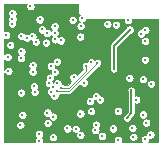
<source format=gbr>
%TF.GenerationSoftware,KiCad,Pcbnew,(5.1.6)-1*%
%TF.CreationDate,2021-06-02T19:48:48-07:00*%
%TF.ProjectId,Miniscope-v4-Wire-Free,4d696e69-7363-46f7-9065-2d76342d5769,rev?*%
%TF.SameCoordinates,Original*%
%TF.FileFunction,Copper,L3,Inr*%
%TF.FilePolarity,Positive*%
%FSLAX46Y46*%
G04 Gerber Fmt 4.6, Leading zero omitted, Abs format (unit mm)*
G04 Created by KiCad (PCBNEW (5.1.6)-1) date 2021-06-02 19:48:48*
%MOMM*%
%LPD*%
G01*
G04 APERTURE LIST*
%TA.AperFunction,ViaPad*%
%ADD10C,0.304800*%
%TD*%
%TA.AperFunction,ViaPad*%
%ADD11C,0.254000*%
%TD*%
%TA.AperFunction,Conductor*%
%ADD12C,0.152400*%
%TD*%
%TA.AperFunction,Conductor*%
%ADD13C,0.101600*%
%TD*%
G04 APERTURE END LIST*
D10*
%TO.N,GND*%
X92060200Y-69335600D03*
X81571700Y-61131400D03*
X81889200Y-58464400D03*
X83210000Y-61537800D03*
X81051000Y-68497400D03*
X82625800Y-69275800D03*
X82079700Y-63988900D03*
X83349700Y-68357700D03*
X81127200Y-62274400D03*
X83819600Y-69551500D03*
X81114500Y-65779600D03*
X83946500Y-60170600D03*
X89318700Y-67316300D03*
X88417000Y-59963000D03*
X91615200Y-69707000D03*
X85722400Y-68835600D03*
X85032200Y-68810200D03*
X86131000Y-67544900D03*
X82090200Y-63476200D03*
X86446800Y-64941400D03*
X83556203Y-64504598D03*
X83957611Y-64010396D03*
X85474133Y-59612893D03*
X90282200Y-64535000D03*
X83932200Y-66033600D03*
%TO.N,/SD_DAT2*%
X79844500Y-60890100D03*
%TO.N,/SD_DAT3*%
X80187400Y-61741000D03*
%TO.N,/SD_DAT0*%
X82067000Y-61017100D03*
%TO.N,/SD_CMD*%
X79971500Y-62769700D03*
%TO.N,/SD_CLK*%
X81130607Y-61000993D03*
%TO.N,/SD_DAT1*%
X80352500Y-59937600D03*
%TO.N,/USB_VBUS*%
X86933200Y-66502800D03*
%TO.N,/SWCLK*%
X86154200Y-60123400D03*
%TO.N,/SWDIO*%
X86116600Y-61029800D03*
D11*
%TO.N,+1V8*%
X90374400Y-61697800D03*
D10*
X82706100Y-60017900D03*
X81114500Y-63447200D03*
X85664425Y-60683005D03*
X81508200Y-68522800D03*
X82143200Y-62210900D03*
X88021597Y-68785053D03*
X84465600Y-66006475D03*
X84160800Y-63595200D03*
X87920000Y-65805000D03*
X91145275Y-68904400D03*
X91676198Y-62223610D03*
X91676174Y-59683600D03*
%TO.N,/SPI1_MOSI*%
X83451300Y-64966800D03*
%TO.N,/SPI1_MISO*%
X83787717Y-65298375D03*
%TO.N,/SDMMC1_D0*%
X82884880Y-60430360D03*
%TO.N,/SDMMC1_D1*%
X82675813Y-59581213D03*
X83982160Y-61273640D03*
%TO.N,/SDMMC1_D3*%
X80365202Y-59074000D03*
X84454600Y-61359968D03*
%TO.N,/SDMMC1_CMD*%
X80377900Y-59505800D03*
%TO.N,/SDMMC1_CK*%
X82346400Y-61461600D03*
D11*
%TO.N,+3V3*%
X90434600Y-65576400D03*
D10*
X83946500Y-60720600D03*
X83311500Y-60720600D03*
X91424700Y-64644610D03*
X83792000Y-67802000D03*
X81216100Y-67684600D03*
X81114500Y-62833200D03*
X80035000Y-63950800D03*
X82259295Y-65741708D03*
D11*
X90079000Y-67913200D03*
D10*
X83652687Y-65681699D03*
%TO.N,/LED_PWM*%
X91245317Y-60771100D03*
%TO.N,VDC*%
X87043200Y-67349700D03*
X82625800Y-69830900D03*
X89307600Y-69800400D03*
D11*
%TO.N,/ENT*%
X88936000Y-63747600D03*
D10*
X90290855Y-60437692D03*
%TO.N,/VDD_PIX*%
X85546000Y-64489600D03*
X83627400Y-63519002D03*
%TO.N,Net-(C3-Pad2)*%
X87808100Y-66367500D03*
%TO.N,Net-(C4-Pad2)*%
X90857000Y-66367500D03*
%TO.N,/VDDA*%
X89129800Y-60025800D03*
%TO.N,Net-(R1-Pad1)*%
X87449600Y-68480000D03*
%TO.N,Net-(D2-Pad1)*%
X82191800Y-65254200D03*
%TO.N,/RESET_N*%
X84480000Y-65346075D03*
X86614267Y-63531700D03*
%TO.N,/TRIGGER0*%
X84165513Y-65676275D03*
X87550000Y-63250000D03*
%TO.N,/MONITOR0*%
X83334800Y-67471800D03*
%TO.N,/BAT+*%
X86125873Y-69346527D03*
%TO.N,Net-(L1-Pad1)*%
X87945402Y-69462600D03*
%TO.N,Net-(L2-Pad1)*%
X90614100Y-69513400D03*
%TO.N,/XIN32*%
X91628400Y-60466300D03*
%TO.N,/XOUT32*%
X90167400Y-59640800D03*
%TO.N,/VDDCORE*%
X91589800Y-62993600D03*
%TO.N,/nRESET*%
X87437400Y-66084400D03*
%TO.N,Net-(L5-Pad2)*%
X91615200Y-61410790D03*
%TO.N,/CLK1_OUT*%
X84150000Y-63150000D03*
X87058100Y-63224392D03*
%TO.N,/ADC0*%
X90536200Y-68776800D03*
%TO.N,/PCC_DATA7*%
X84175200Y-65002360D03*
%TO.N,/I_LED*%
X92123196Y-65025600D03*
%TO.N,/UART_RX*%
X91704600Y-68319600D03*
%TO.N,/UART_TX*%
X91441871Y-67629458D03*
%TO.N,/SD_DET*%
X86281200Y-59488402D03*
%TO.N,/nCHRG*%
X87398800Y-68962600D03*
X88872000Y-68810200D03*
%TD*%
D12*
%TO.N,+3V3*%
X90434600Y-65576400D02*
X90434600Y-67532200D01*
X90434600Y-67532200D02*
X90079000Y-67887800D01*
%TO.N,/ENT*%
X90290855Y-60437692D02*
X88936000Y-61792547D01*
X88936000Y-61792547D02*
X88936000Y-63747600D01*
D13*
%TO.N,/RESET_N*%
X85178525Y-65346075D02*
X84480000Y-65346075D01*
X86614267Y-63531700D02*
X86614267Y-63910333D01*
X86614267Y-63910333D02*
X85178525Y-65346075D01*
%TO.N,/TRIGGER0*%
X87550000Y-63302800D02*
X87550000Y-63250000D01*
X84165513Y-65676275D02*
X85176525Y-65676275D01*
X85176525Y-65676275D02*
X87550000Y-63302800D01*
%TD*%
%TO.N,+1V8*%
G36*
X81547265Y-58360675D02*
G01*
X81533600Y-58429376D01*
X81533600Y-58499424D01*
X81547265Y-58568125D01*
X81574071Y-58632840D01*
X81612987Y-58691082D01*
X81662518Y-58740613D01*
X81720760Y-58779529D01*
X81785475Y-58806335D01*
X81854176Y-58820000D01*
X81924224Y-58820000D01*
X81992925Y-58806335D01*
X82057640Y-58779529D01*
X82115882Y-58740613D01*
X82165413Y-58691082D01*
X82204329Y-58632840D01*
X82231135Y-58568125D01*
X82244800Y-58499424D01*
X82244800Y-58429376D01*
X82231135Y-58360675D01*
X82206334Y-58300800D01*
X85949200Y-58300800D01*
X85949200Y-59000000D01*
X85950176Y-59009911D01*
X85953067Y-59019440D01*
X85957761Y-59028223D01*
X85964079Y-59035921D01*
X86105969Y-59177811D01*
X86054518Y-59212189D01*
X86004987Y-59261720D01*
X85966071Y-59319962D01*
X85939265Y-59384677D01*
X85925600Y-59453378D01*
X85925600Y-59523426D01*
X85939265Y-59592127D01*
X85966071Y-59656842D01*
X86004987Y-59715084D01*
X86054518Y-59764615D01*
X86073024Y-59776980D01*
X86050475Y-59781465D01*
X85985760Y-59808271D01*
X85927518Y-59847187D01*
X85877987Y-59896718D01*
X85839071Y-59954960D01*
X85812265Y-60019675D01*
X85798600Y-60088376D01*
X85798600Y-60158424D01*
X85812265Y-60227125D01*
X85839071Y-60291840D01*
X85877987Y-60350082D01*
X85927518Y-60399613D01*
X85985760Y-60438529D01*
X86050475Y-60465335D01*
X86119176Y-60479000D01*
X86189224Y-60479000D01*
X86257925Y-60465335D01*
X86322640Y-60438529D01*
X86380882Y-60399613D01*
X86430413Y-60350082D01*
X86469329Y-60291840D01*
X86496135Y-60227125D01*
X86509800Y-60158424D01*
X86509800Y-60088376D01*
X86496135Y-60019675D01*
X86469329Y-59954960D01*
X86451299Y-59927976D01*
X88061400Y-59927976D01*
X88061400Y-59998024D01*
X88075065Y-60066725D01*
X88101871Y-60131440D01*
X88140787Y-60189682D01*
X88190318Y-60239213D01*
X88248560Y-60278129D01*
X88313275Y-60304935D01*
X88381976Y-60318600D01*
X88452024Y-60318600D01*
X88520725Y-60304935D01*
X88585440Y-60278129D01*
X88643682Y-60239213D01*
X88693213Y-60189682D01*
X88732129Y-60131440D01*
X88758935Y-60066725D01*
X88772600Y-59998024D01*
X88772600Y-59990776D01*
X88774200Y-59990776D01*
X88774200Y-60060824D01*
X88787865Y-60129525D01*
X88814671Y-60194240D01*
X88853587Y-60252482D01*
X88903118Y-60302013D01*
X88961360Y-60340929D01*
X89026075Y-60367735D01*
X89094776Y-60381400D01*
X89164824Y-60381400D01*
X89233525Y-60367735D01*
X89298240Y-60340929D01*
X89356482Y-60302013D01*
X89406013Y-60252482D01*
X89444929Y-60194240D01*
X89471735Y-60129525D01*
X89485400Y-60060824D01*
X89485400Y-59990776D01*
X89471735Y-59922075D01*
X89444929Y-59857360D01*
X89406013Y-59799118D01*
X89356482Y-59749587D01*
X89298240Y-59710671D01*
X89233525Y-59683865D01*
X89164824Y-59670200D01*
X89094776Y-59670200D01*
X89026075Y-59683865D01*
X88961360Y-59710671D01*
X88903118Y-59749587D01*
X88853587Y-59799118D01*
X88814671Y-59857360D01*
X88787865Y-59922075D01*
X88774200Y-59990776D01*
X88772600Y-59990776D01*
X88772600Y-59927976D01*
X88758935Y-59859275D01*
X88732129Y-59794560D01*
X88693213Y-59736318D01*
X88643682Y-59686787D01*
X88585440Y-59647871D01*
X88520725Y-59621065D01*
X88452024Y-59607400D01*
X88381976Y-59607400D01*
X88313275Y-59621065D01*
X88248560Y-59647871D01*
X88190318Y-59686787D01*
X88140787Y-59736318D01*
X88101871Y-59794560D01*
X88075065Y-59859275D01*
X88061400Y-59927976D01*
X86451299Y-59927976D01*
X86430413Y-59896718D01*
X86380882Y-59847187D01*
X86362376Y-59834822D01*
X86384925Y-59830337D01*
X86449640Y-59803531D01*
X86507882Y-59764615D01*
X86557413Y-59715084D01*
X86596329Y-59656842D01*
X86623135Y-59592127D01*
X86631355Y-59550800D01*
X89822735Y-59550800D01*
X89811800Y-59605776D01*
X89811800Y-59675824D01*
X89825465Y-59744525D01*
X89852271Y-59809240D01*
X89891187Y-59867482D01*
X89940718Y-59917013D01*
X89998960Y-59955929D01*
X90063675Y-59982735D01*
X90132376Y-59996400D01*
X90202424Y-59996400D01*
X90271125Y-59982735D01*
X90335840Y-59955929D01*
X90394082Y-59917013D01*
X90443613Y-59867482D01*
X90482529Y-59809240D01*
X90509335Y-59744525D01*
X90523000Y-59675824D01*
X90523000Y-59605776D01*
X90512065Y-59550800D01*
X92699200Y-59550800D01*
X92699200Y-69949200D01*
X91875895Y-69949200D01*
X91891413Y-69933682D01*
X91930329Y-69875440D01*
X91957135Y-69810725D01*
X91970800Y-69742024D01*
X91970800Y-69680384D01*
X92025176Y-69691200D01*
X92095224Y-69691200D01*
X92163925Y-69677535D01*
X92228640Y-69650729D01*
X92286882Y-69611813D01*
X92336413Y-69562282D01*
X92375329Y-69504040D01*
X92402135Y-69439325D01*
X92415800Y-69370624D01*
X92415800Y-69300576D01*
X92402135Y-69231875D01*
X92375329Y-69167160D01*
X92336413Y-69108918D01*
X92286882Y-69059387D01*
X92228640Y-69020471D01*
X92163925Y-68993665D01*
X92095224Y-68980000D01*
X92025176Y-68980000D01*
X91956475Y-68993665D01*
X91891760Y-69020471D01*
X91833518Y-69059387D01*
X91783987Y-69108918D01*
X91745071Y-69167160D01*
X91718265Y-69231875D01*
X91704600Y-69300576D01*
X91704600Y-69362216D01*
X91650224Y-69351400D01*
X91580176Y-69351400D01*
X91511475Y-69365065D01*
X91446760Y-69391871D01*
X91388518Y-69430787D01*
X91338987Y-69480318D01*
X91300071Y-69538560D01*
X91273265Y-69603275D01*
X91259600Y-69671976D01*
X91259600Y-69742024D01*
X91273265Y-69810725D01*
X91300071Y-69875440D01*
X91338987Y-69933682D01*
X91354505Y-69949200D01*
X89630864Y-69949200D01*
X89649535Y-69904125D01*
X89663200Y-69835424D01*
X89663200Y-69765376D01*
X89649535Y-69696675D01*
X89622729Y-69631960D01*
X89583813Y-69573718D01*
X89534282Y-69524187D01*
X89476040Y-69485271D01*
X89459395Y-69478376D01*
X90258500Y-69478376D01*
X90258500Y-69548424D01*
X90272165Y-69617125D01*
X90298971Y-69681840D01*
X90337887Y-69740082D01*
X90387418Y-69789613D01*
X90445660Y-69828529D01*
X90510375Y-69855335D01*
X90579076Y-69869000D01*
X90649124Y-69869000D01*
X90717825Y-69855335D01*
X90782540Y-69828529D01*
X90840782Y-69789613D01*
X90890313Y-69740082D01*
X90929229Y-69681840D01*
X90956035Y-69617125D01*
X90969700Y-69548424D01*
X90969700Y-69478376D01*
X90956035Y-69409675D01*
X90929229Y-69344960D01*
X90890313Y-69286718D01*
X90840782Y-69237187D01*
X90782540Y-69198271D01*
X90717825Y-69171465D01*
X90649124Y-69157800D01*
X90579076Y-69157800D01*
X90510375Y-69171465D01*
X90445660Y-69198271D01*
X90387418Y-69237187D01*
X90337887Y-69286718D01*
X90298971Y-69344960D01*
X90272165Y-69409675D01*
X90258500Y-69478376D01*
X89459395Y-69478376D01*
X89411325Y-69458465D01*
X89342624Y-69444800D01*
X89272576Y-69444800D01*
X89203875Y-69458465D01*
X89139160Y-69485271D01*
X89080918Y-69524187D01*
X89031387Y-69573718D01*
X88992471Y-69631960D01*
X88965665Y-69696675D01*
X88952000Y-69765376D01*
X88952000Y-69835424D01*
X88965665Y-69904125D01*
X88984336Y-69949200D01*
X82961698Y-69949200D01*
X82967735Y-69934625D01*
X82981400Y-69865924D01*
X82981400Y-69795876D01*
X82967735Y-69727175D01*
X82940929Y-69662460D01*
X82902013Y-69604218D01*
X82852482Y-69554687D01*
X82850481Y-69553350D01*
X82852482Y-69552013D01*
X82888019Y-69516476D01*
X83464000Y-69516476D01*
X83464000Y-69586524D01*
X83477665Y-69655225D01*
X83504471Y-69719940D01*
X83543387Y-69778182D01*
X83592918Y-69827713D01*
X83651160Y-69866629D01*
X83715875Y-69893435D01*
X83784576Y-69907100D01*
X83854624Y-69907100D01*
X83923325Y-69893435D01*
X83988040Y-69866629D01*
X84046282Y-69827713D01*
X84095813Y-69778182D01*
X84134729Y-69719940D01*
X84161535Y-69655225D01*
X84175200Y-69586524D01*
X84175200Y-69516476D01*
X84161535Y-69447775D01*
X84134729Y-69383060D01*
X84095813Y-69324818D01*
X84046282Y-69275287D01*
X83988040Y-69236371D01*
X83923325Y-69209565D01*
X83854624Y-69195900D01*
X83784576Y-69195900D01*
X83715875Y-69209565D01*
X83651160Y-69236371D01*
X83592918Y-69275287D01*
X83543387Y-69324818D01*
X83504471Y-69383060D01*
X83477665Y-69447775D01*
X83464000Y-69516476D01*
X82888019Y-69516476D01*
X82902013Y-69502482D01*
X82940929Y-69444240D01*
X82967735Y-69379525D01*
X82981400Y-69310824D01*
X82981400Y-69240776D01*
X82967735Y-69172075D01*
X82940929Y-69107360D01*
X82902013Y-69049118D01*
X82852482Y-68999587D01*
X82794240Y-68960671D01*
X82729525Y-68933865D01*
X82660824Y-68920200D01*
X82590776Y-68920200D01*
X82522075Y-68933865D01*
X82457360Y-68960671D01*
X82399118Y-68999587D01*
X82349587Y-69049118D01*
X82310671Y-69107360D01*
X82283865Y-69172075D01*
X82270200Y-69240776D01*
X82270200Y-69310824D01*
X82283865Y-69379525D01*
X82310671Y-69444240D01*
X82349587Y-69502482D01*
X82399118Y-69552013D01*
X82401119Y-69553350D01*
X82399118Y-69554687D01*
X82349587Y-69604218D01*
X82310671Y-69662460D01*
X82283865Y-69727175D01*
X82270200Y-69795876D01*
X82270200Y-69865924D01*
X82283865Y-69934625D01*
X82289902Y-69949200D01*
X79700800Y-69949200D01*
X79700800Y-68462376D01*
X80695400Y-68462376D01*
X80695400Y-68532424D01*
X80709065Y-68601125D01*
X80735871Y-68665840D01*
X80774787Y-68724082D01*
X80824318Y-68773613D01*
X80882560Y-68812529D01*
X80947275Y-68839335D01*
X81015976Y-68853000D01*
X81086024Y-68853000D01*
X81154725Y-68839335D01*
X81219440Y-68812529D01*
X81275342Y-68775176D01*
X84676600Y-68775176D01*
X84676600Y-68845224D01*
X84690265Y-68913925D01*
X84717071Y-68978640D01*
X84755987Y-69036882D01*
X84805518Y-69086413D01*
X84863760Y-69125329D01*
X84928475Y-69152135D01*
X84997176Y-69165800D01*
X85067224Y-69165800D01*
X85135925Y-69152135D01*
X85200640Y-69125329D01*
X85258882Y-69086413D01*
X85308413Y-69036882D01*
X85347329Y-68978640D01*
X85374135Y-68913925D01*
X85374774Y-68910713D01*
X85380465Y-68939325D01*
X85407271Y-69004040D01*
X85446187Y-69062282D01*
X85495718Y-69111813D01*
X85553960Y-69150729D01*
X85618675Y-69177535D01*
X85687376Y-69191200D01*
X85757424Y-69191200D01*
X85809612Y-69180819D01*
X85783938Y-69242802D01*
X85770273Y-69311503D01*
X85770273Y-69381551D01*
X85783938Y-69450252D01*
X85810744Y-69514967D01*
X85849660Y-69573209D01*
X85899191Y-69622740D01*
X85957433Y-69661656D01*
X86022148Y-69688462D01*
X86090849Y-69702127D01*
X86160897Y-69702127D01*
X86229598Y-69688462D01*
X86294313Y-69661656D01*
X86352555Y-69622740D01*
X86402086Y-69573209D01*
X86441002Y-69514967D01*
X86467808Y-69450252D01*
X86472318Y-69427576D01*
X87589802Y-69427576D01*
X87589802Y-69497624D01*
X87603467Y-69566325D01*
X87630273Y-69631040D01*
X87669189Y-69689282D01*
X87718720Y-69738813D01*
X87776962Y-69777729D01*
X87841677Y-69804535D01*
X87910378Y-69818200D01*
X87980426Y-69818200D01*
X88049127Y-69804535D01*
X88113842Y-69777729D01*
X88172084Y-69738813D01*
X88221615Y-69689282D01*
X88260531Y-69631040D01*
X88287337Y-69566325D01*
X88301002Y-69497624D01*
X88301002Y-69427576D01*
X88287337Y-69358875D01*
X88260531Y-69294160D01*
X88221615Y-69235918D01*
X88172084Y-69186387D01*
X88113842Y-69147471D01*
X88049127Y-69120665D01*
X87980426Y-69107000D01*
X87910378Y-69107000D01*
X87841677Y-69120665D01*
X87776962Y-69147471D01*
X87718720Y-69186387D01*
X87669189Y-69235918D01*
X87630273Y-69294160D01*
X87603467Y-69358875D01*
X87589802Y-69427576D01*
X86472318Y-69427576D01*
X86481473Y-69381551D01*
X86481473Y-69311503D01*
X86467808Y-69242802D01*
X86441002Y-69178087D01*
X86402086Y-69119845D01*
X86352555Y-69070314D01*
X86294313Y-69031398D01*
X86229598Y-69004592D01*
X86160897Y-68990927D01*
X86090849Y-68990927D01*
X86038661Y-69001308D01*
X86064335Y-68939325D01*
X86066671Y-68927576D01*
X87043200Y-68927576D01*
X87043200Y-68997624D01*
X87056865Y-69066325D01*
X87083671Y-69131040D01*
X87122587Y-69189282D01*
X87172118Y-69238813D01*
X87230360Y-69277729D01*
X87295075Y-69304535D01*
X87363776Y-69318200D01*
X87433824Y-69318200D01*
X87502525Y-69304535D01*
X87567240Y-69277729D01*
X87625482Y-69238813D01*
X87675013Y-69189282D01*
X87713929Y-69131040D01*
X87740735Y-69066325D01*
X87754400Y-68997624D01*
X87754400Y-68927576D01*
X87740735Y-68858875D01*
X87713929Y-68794160D01*
X87701245Y-68775176D01*
X88516400Y-68775176D01*
X88516400Y-68845224D01*
X88530065Y-68913925D01*
X88556871Y-68978640D01*
X88595787Y-69036882D01*
X88645318Y-69086413D01*
X88703560Y-69125329D01*
X88768275Y-69152135D01*
X88836976Y-69165800D01*
X88907024Y-69165800D01*
X88975725Y-69152135D01*
X89040440Y-69125329D01*
X89098682Y-69086413D01*
X89148213Y-69036882D01*
X89187129Y-68978640D01*
X89213935Y-68913925D01*
X89227600Y-68845224D01*
X89227600Y-68775176D01*
X89220957Y-68741776D01*
X90180600Y-68741776D01*
X90180600Y-68811824D01*
X90194265Y-68880525D01*
X90221071Y-68945240D01*
X90259987Y-69003482D01*
X90309518Y-69053013D01*
X90367760Y-69091929D01*
X90432475Y-69118735D01*
X90501176Y-69132400D01*
X90571224Y-69132400D01*
X90639925Y-69118735D01*
X90704640Y-69091929D01*
X90762882Y-69053013D01*
X90812413Y-69003482D01*
X90851329Y-68945240D01*
X90878135Y-68880525D01*
X90891800Y-68811824D01*
X90891800Y-68741776D01*
X90878135Y-68673075D01*
X90851329Y-68608360D01*
X90812413Y-68550118D01*
X90762882Y-68500587D01*
X90704640Y-68461671D01*
X90639925Y-68434865D01*
X90571224Y-68421200D01*
X90501176Y-68421200D01*
X90432475Y-68434865D01*
X90367760Y-68461671D01*
X90309518Y-68500587D01*
X90259987Y-68550118D01*
X90221071Y-68608360D01*
X90194265Y-68673075D01*
X90180600Y-68741776D01*
X89220957Y-68741776D01*
X89213935Y-68706475D01*
X89187129Y-68641760D01*
X89148213Y-68583518D01*
X89098682Y-68533987D01*
X89040440Y-68495071D01*
X88975725Y-68468265D01*
X88907024Y-68454600D01*
X88836976Y-68454600D01*
X88768275Y-68468265D01*
X88703560Y-68495071D01*
X88645318Y-68533987D01*
X88595787Y-68583518D01*
X88556871Y-68641760D01*
X88530065Y-68706475D01*
X88516400Y-68775176D01*
X87701245Y-68775176D01*
X87683650Y-68748845D01*
X87725813Y-68706682D01*
X87764729Y-68648440D01*
X87791535Y-68583725D01*
X87805200Y-68515024D01*
X87805200Y-68444976D01*
X87791535Y-68376275D01*
X87764729Y-68311560D01*
X87746699Y-68284576D01*
X91349000Y-68284576D01*
X91349000Y-68354624D01*
X91362665Y-68423325D01*
X91389471Y-68488040D01*
X91428387Y-68546282D01*
X91477918Y-68595813D01*
X91536160Y-68634729D01*
X91600875Y-68661535D01*
X91669576Y-68675200D01*
X91739624Y-68675200D01*
X91808325Y-68661535D01*
X91873040Y-68634729D01*
X91931282Y-68595813D01*
X91980813Y-68546282D01*
X92019729Y-68488040D01*
X92046535Y-68423325D01*
X92060200Y-68354624D01*
X92060200Y-68284576D01*
X92046535Y-68215875D01*
X92019729Y-68151160D01*
X91980813Y-68092918D01*
X91931282Y-68043387D01*
X91873040Y-68004471D01*
X91808325Y-67977665D01*
X91739624Y-67964000D01*
X91669576Y-67964000D01*
X91600875Y-67977665D01*
X91536160Y-68004471D01*
X91477918Y-68043387D01*
X91428387Y-68092918D01*
X91389471Y-68151160D01*
X91362665Y-68215875D01*
X91349000Y-68284576D01*
X87746699Y-68284576D01*
X87725813Y-68253318D01*
X87676282Y-68203787D01*
X87618040Y-68164871D01*
X87553325Y-68138065D01*
X87484624Y-68124400D01*
X87414576Y-68124400D01*
X87345875Y-68138065D01*
X87281160Y-68164871D01*
X87222918Y-68203787D01*
X87173387Y-68253318D01*
X87134471Y-68311560D01*
X87107665Y-68376275D01*
X87094000Y-68444976D01*
X87094000Y-68515024D01*
X87107665Y-68583725D01*
X87134471Y-68648440D01*
X87164750Y-68693755D01*
X87122587Y-68735918D01*
X87083671Y-68794160D01*
X87056865Y-68858875D01*
X87043200Y-68927576D01*
X86066671Y-68927576D01*
X86078000Y-68870624D01*
X86078000Y-68800576D01*
X86064335Y-68731875D01*
X86037529Y-68667160D01*
X85998613Y-68608918D01*
X85949082Y-68559387D01*
X85890840Y-68520471D01*
X85826125Y-68493665D01*
X85757424Y-68480000D01*
X85687376Y-68480000D01*
X85618675Y-68493665D01*
X85553960Y-68520471D01*
X85495718Y-68559387D01*
X85446187Y-68608918D01*
X85407271Y-68667160D01*
X85380465Y-68731875D01*
X85379826Y-68735087D01*
X85374135Y-68706475D01*
X85347329Y-68641760D01*
X85308413Y-68583518D01*
X85258882Y-68533987D01*
X85200640Y-68495071D01*
X85135925Y-68468265D01*
X85067224Y-68454600D01*
X84997176Y-68454600D01*
X84928475Y-68468265D01*
X84863760Y-68495071D01*
X84805518Y-68533987D01*
X84755987Y-68583518D01*
X84717071Y-68641760D01*
X84690265Y-68706475D01*
X84676600Y-68775176D01*
X81275342Y-68775176D01*
X81277682Y-68773613D01*
X81327213Y-68724082D01*
X81366129Y-68665840D01*
X81392935Y-68601125D01*
X81406600Y-68532424D01*
X81406600Y-68462376D01*
X81392935Y-68393675D01*
X81366129Y-68328960D01*
X81327213Y-68270718D01*
X81277682Y-68221187D01*
X81219440Y-68182271D01*
X81154725Y-68155465D01*
X81086024Y-68141800D01*
X81015976Y-68141800D01*
X80947275Y-68155465D01*
X80882560Y-68182271D01*
X80824318Y-68221187D01*
X80774787Y-68270718D01*
X80735871Y-68328960D01*
X80709065Y-68393675D01*
X80695400Y-68462376D01*
X79700800Y-68462376D01*
X79700800Y-67649576D01*
X80860500Y-67649576D01*
X80860500Y-67719624D01*
X80874165Y-67788325D01*
X80900971Y-67853040D01*
X80939887Y-67911282D01*
X80989418Y-67960813D01*
X81047660Y-67999729D01*
X81112375Y-68026535D01*
X81181076Y-68040200D01*
X81251124Y-68040200D01*
X81319825Y-68026535D01*
X81384540Y-67999729D01*
X81442782Y-67960813D01*
X81492313Y-67911282D01*
X81531229Y-67853040D01*
X81558035Y-67788325D01*
X81571700Y-67719624D01*
X81571700Y-67649576D01*
X81558035Y-67580875D01*
X81531229Y-67516160D01*
X81492313Y-67457918D01*
X81471171Y-67436776D01*
X82979200Y-67436776D01*
X82979200Y-67506824D01*
X82992865Y-67575525D01*
X83019671Y-67640240D01*
X83058587Y-67698482D01*
X83108118Y-67748013D01*
X83166360Y-67786929D01*
X83231075Y-67813735D01*
X83299776Y-67827400D01*
X83369824Y-67827400D01*
X83436400Y-67814158D01*
X83436400Y-67837024D01*
X83450065Y-67905725D01*
X83476871Y-67970440D01*
X83515787Y-68028682D01*
X83552906Y-68065801D01*
X83518140Y-68042571D01*
X83453425Y-68015765D01*
X83384724Y-68002100D01*
X83314676Y-68002100D01*
X83245975Y-68015765D01*
X83181260Y-68042571D01*
X83123018Y-68081487D01*
X83073487Y-68131018D01*
X83034571Y-68189260D01*
X83007765Y-68253975D01*
X82994100Y-68322676D01*
X82994100Y-68392724D01*
X83007765Y-68461425D01*
X83034571Y-68526140D01*
X83073487Y-68584382D01*
X83123018Y-68633913D01*
X83181260Y-68672829D01*
X83245975Y-68699635D01*
X83314676Y-68713300D01*
X83384724Y-68713300D01*
X83453425Y-68699635D01*
X83518140Y-68672829D01*
X83576382Y-68633913D01*
X83625913Y-68584382D01*
X83664829Y-68526140D01*
X83691635Y-68461425D01*
X83705300Y-68392724D01*
X83705300Y-68322676D01*
X83691635Y-68253975D01*
X83664829Y-68189260D01*
X83625913Y-68131018D01*
X83588794Y-68093899D01*
X83623560Y-68117129D01*
X83688275Y-68143935D01*
X83756976Y-68157600D01*
X83827024Y-68157600D01*
X83895725Y-68143935D01*
X83960440Y-68117129D01*
X84018682Y-68078213D01*
X84068213Y-68028682D01*
X84107129Y-67970440D01*
X84133935Y-67905725D01*
X84147600Y-67837024D01*
X84147600Y-67766976D01*
X84133935Y-67698275D01*
X84107129Y-67633560D01*
X84068213Y-67575318D01*
X84018682Y-67525787D01*
X83994870Y-67509876D01*
X85775400Y-67509876D01*
X85775400Y-67579924D01*
X85789065Y-67648625D01*
X85815871Y-67713340D01*
X85854787Y-67771582D01*
X85904318Y-67821113D01*
X85962560Y-67860029D01*
X86027275Y-67886835D01*
X86095976Y-67900500D01*
X86166024Y-67900500D01*
X86234725Y-67886835D01*
X86249589Y-67880678D01*
X89748800Y-67880678D01*
X89748800Y-67945722D01*
X89761489Y-68009516D01*
X89786380Y-68069608D01*
X89822517Y-68123690D01*
X89868510Y-68169683D01*
X89922592Y-68205820D01*
X89982684Y-68230711D01*
X90046478Y-68243400D01*
X90111522Y-68243400D01*
X90175316Y-68230711D01*
X90235408Y-68205820D01*
X90289490Y-68169683D01*
X90335483Y-68123690D01*
X90371620Y-68069608D01*
X90396511Y-68009516D01*
X90407460Y-67954471D01*
X90622469Y-67739463D01*
X90633121Y-67730721D01*
X90668036Y-67688177D01*
X90693980Y-67639639D01*
X90707312Y-67595689D01*
X90707692Y-67594434D01*
X91086271Y-67594434D01*
X91086271Y-67664482D01*
X91099936Y-67733183D01*
X91126742Y-67797898D01*
X91165658Y-67856140D01*
X91215189Y-67905671D01*
X91273431Y-67944587D01*
X91338146Y-67971393D01*
X91406847Y-67985058D01*
X91476895Y-67985058D01*
X91545596Y-67971393D01*
X91610311Y-67944587D01*
X91668553Y-67905671D01*
X91718084Y-67856140D01*
X91757000Y-67797898D01*
X91783806Y-67733183D01*
X91797471Y-67664482D01*
X91797471Y-67594434D01*
X91783806Y-67525733D01*
X91757000Y-67461018D01*
X91718084Y-67402776D01*
X91668553Y-67353245D01*
X91610311Y-67314329D01*
X91545596Y-67287523D01*
X91476895Y-67273858D01*
X91406847Y-67273858D01*
X91338146Y-67287523D01*
X91273431Y-67314329D01*
X91215189Y-67353245D01*
X91165658Y-67402776D01*
X91126742Y-67461018D01*
X91099936Y-67525733D01*
X91086271Y-67594434D01*
X90707692Y-67594434D01*
X90709956Y-67586973D01*
X90710999Y-67576382D01*
X90714000Y-67545916D01*
X90714000Y-67545909D01*
X90715350Y-67532201D01*
X90714000Y-67518493D01*
X90714000Y-66693167D01*
X90753275Y-66709435D01*
X90821976Y-66723100D01*
X90892024Y-66723100D01*
X90960725Y-66709435D01*
X91025440Y-66682629D01*
X91083682Y-66643713D01*
X91133213Y-66594182D01*
X91172129Y-66535940D01*
X91198935Y-66471225D01*
X91212600Y-66402524D01*
X91212600Y-66332476D01*
X91198935Y-66263775D01*
X91172129Y-66199060D01*
X91133213Y-66140818D01*
X91083682Y-66091287D01*
X91025440Y-66052371D01*
X90960725Y-66025565D01*
X90892024Y-66011900D01*
X90821976Y-66011900D01*
X90753275Y-66025565D01*
X90714000Y-66041833D01*
X90714000Y-65752593D01*
X90727220Y-65732808D01*
X90752111Y-65672716D01*
X90764800Y-65608922D01*
X90764800Y-65543878D01*
X90752111Y-65480084D01*
X90727220Y-65419992D01*
X90691083Y-65365910D01*
X90645090Y-65319917D01*
X90591008Y-65283780D01*
X90530916Y-65258889D01*
X90467122Y-65246200D01*
X90402078Y-65246200D01*
X90338284Y-65258889D01*
X90278192Y-65283780D01*
X90224110Y-65319917D01*
X90178117Y-65365910D01*
X90141980Y-65419992D01*
X90117089Y-65480084D01*
X90104400Y-65543878D01*
X90104400Y-65608922D01*
X90117089Y-65672716D01*
X90141980Y-65732808D01*
X90155200Y-65752593D01*
X90155201Y-67416468D01*
X89971240Y-67600429D01*
X89922592Y-67620580D01*
X89868510Y-67656717D01*
X89822517Y-67702710D01*
X89786380Y-67756792D01*
X89761489Y-67816884D01*
X89748800Y-67880678D01*
X86249589Y-67880678D01*
X86299440Y-67860029D01*
X86357682Y-67821113D01*
X86407213Y-67771582D01*
X86446129Y-67713340D01*
X86472935Y-67648625D01*
X86486600Y-67579924D01*
X86486600Y-67509876D01*
X86472935Y-67441175D01*
X86446129Y-67376460D01*
X86407213Y-67318218D01*
X86403671Y-67314676D01*
X86687600Y-67314676D01*
X86687600Y-67384724D01*
X86701265Y-67453425D01*
X86728071Y-67518140D01*
X86766987Y-67576382D01*
X86816518Y-67625913D01*
X86874760Y-67664829D01*
X86939475Y-67691635D01*
X87008176Y-67705300D01*
X87078224Y-67705300D01*
X87146925Y-67691635D01*
X87211640Y-67664829D01*
X87269882Y-67625913D01*
X87319413Y-67576382D01*
X87358329Y-67518140D01*
X87385135Y-67453425D01*
X87398800Y-67384724D01*
X87398800Y-67314676D01*
X87392157Y-67281276D01*
X88963100Y-67281276D01*
X88963100Y-67351324D01*
X88976765Y-67420025D01*
X89003571Y-67484740D01*
X89042487Y-67542982D01*
X89092018Y-67592513D01*
X89150260Y-67631429D01*
X89214975Y-67658235D01*
X89283676Y-67671900D01*
X89353724Y-67671900D01*
X89422425Y-67658235D01*
X89487140Y-67631429D01*
X89545382Y-67592513D01*
X89594913Y-67542982D01*
X89633829Y-67484740D01*
X89660635Y-67420025D01*
X89674300Y-67351324D01*
X89674300Y-67281276D01*
X89660635Y-67212575D01*
X89633829Y-67147860D01*
X89594913Y-67089618D01*
X89545382Y-67040087D01*
X89487140Y-67001171D01*
X89422425Y-66974365D01*
X89353724Y-66960700D01*
X89283676Y-66960700D01*
X89214975Y-66974365D01*
X89150260Y-67001171D01*
X89092018Y-67040087D01*
X89042487Y-67089618D01*
X89003571Y-67147860D01*
X88976765Y-67212575D01*
X88963100Y-67281276D01*
X87392157Y-67281276D01*
X87385135Y-67245975D01*
X87358329Y-67181260D01*
X87319413Y-67123018D01*
X87269882Y-67073487D01*
X87211640Y-67034571D01*
X87146925Y-67007765D01*
X87078224Y-66994100D01*
X87008176Y-66994100D01*
X86939475Y-67007765D01*
X86874760Y-67034571D01*
X86816518Y-67073487D01*
X86766987Y-67123018D01*
X86728071Y-67181260D01*
X86701265Y-67245975D01*
X86687600Y-67314676D01*
X86403671Y-67314676D01*
X86357682Y-67268687D01*
X86299440Y-67229771D01*
X86234725Y-67202965D01*
X86166024Y-67189300D01*
X86095976Y-67189300D01*
X86027275Y-67202965D01*
X85962560Y-67229771D01*
X85904318Y-67268687D01*
X85854787Y-67318218D01*
X85815871Y-67376460D01*
X85789065Y-67441175D01*
X85775400Y-67509876D01*
X83994870Y-67509876D01*
X83960440Y-67486871D01*
X83895725Y-67460065D01*
X83827024Y-67446400D01*
X83756976Y-67446400D01*
X83690400Y-67459642D01*
X83690400Y-67436776D01*
X83676735Y-67368075D01*
X83649929Y-67303360D01*
X83611013Y-67245118D01*
X83561482Y-67195587D01*
X83503240Y-67156671D01*
X83438525Y-67129865D01*
X83369824Y-67116200D01*
X83299776Y-67116200D01*
X83231075Y-67129865D01*
X83166360Y-67156671D01*
X83108118Y-67195587D01*
X83058587Y-67245118D01*
X83019671Y-67303360D01*
X82992865Y-67368075D01*
X82979200Y-67436776D01*
X81471171Y-67436776D01*
X81442782Y-67408387D01*
X81384540Y-67369471D01*
X81319825Y-67342665D01*
X81251124Y-67329000D01*
X81181076Y-67329000D01*
X81112375Y-67342665D01*
X81047660Y-67369471D01*
X80989418Y-67408387D01*
X80939887Y-67457918D01*
X80900971Y-67516160D01*
X80874165Y-67580875D01*
X80860500Y-67649576D01*
X79700800Y-67649576D01*
X79700800Y-66467776D01*
X86577600Y-66467776D01*
X86577600Y-66537824D01*
X86591265Y-66606525D01*
X86618071Y-66671240D01*
X86656987Y-66729482D01*
X86706518Y-66779013D01*
X86764760Y-66817929D01*
X86829475Y-66844735D01*
X86898176Y-66858400D01*
X86968224Y-66858400D01*
X87036925Y-66844735D01*
X87101640Y-66817929D01*
X87159882Y-66779013D01*
X87209413Y-66729482D01*
X87248329Y-66671240D01*
X87275135Y-66606525D01*
X87288800Y-66537824D01*
X87288800Y-66467776D01*
X87275788Y-66402357D01*
X87333675Y-66426335D01*
X87402376Y-66440000D01*
X87459954Y-66440000D01*
X87466165Y-66471225D01*
X87492971Y-66535940D01*
X87531887Y-66594182D01*
X87581418Y-66643713D01*
X87639660Y-66682629D01*
X87704375Y-66709435D01*
X87773076Y-66723100D01*
X87843124Y-66723100D01*
X87911825Y-66709435D01*
X87976540Y-66682629D01*
X88034782Y-66643713D01*
X88084313Y-66594182D01*
X88123229Y-66535940D01*
X88150035Y-66471225D01*
X88163700Y-66402524D01*
X88163700Y-66332476D01*
X88150035Y-66263775D01*
X88123229Y-66199060D01*
X88084313Y-66140818D01*
X88034782Y-66091287D01*
X87976540Y-66052371D01*
X87911825Y-66025565D01*
X87843124Y-66011900D01*
X87785546Y-66011900D01*
X87779335Y-65980675D01*
X87752529Y-65915960D01*
X87713613Y-65857718D01*
X87664082Y-65808187D01*
X87605840Y-65769271D01*
X87541125Y-65742465D01*
X87472424Y-65728800D01*
X87402376Y-65728800D01*
X87333675Y-65742465D01*
X87268960Y-65769271D01*
X87210718Y-65808187D01*
X87161187Y-65857718D01*
X87122271Y-65915960D01*
X87095465Y-65980675D01*
X87081800Y-66049376D01*
X87081800Y-66119424D01*
X87094812Y-66184843D01*
X87036925Y-66160865D01*
X86968224Y-66147200D01*
X86898176Y-66147200D01*
X86829475Y-66160865D01*
X86764760Y-66187671D01*
X86706518Y-66226587D01*
X86656987Y-66276118D01*
X86618071Y-66334360D01*
X86591265Y-66399075D01*
X86577600Y-66467776D01*
X79700800Y-66467776D01*
X79700800Y-65744576D01*
X80758900Y-65744576D01*
X80758900Y-65814624D01*
X80772565Y-65883325D01*
X80799371Y-65948040D01*
X80838287Y-66006282D01*
X80887818Y-66055813D01*
X80946060Y-66094729D01*
X81010775Y-66121535D01*
X81079476Y-66135200D01*
X81149524Y-66135200D01*
X81218225Y-66121535D01*
X81282940Y-66094729D01*
X81341182Y-66055813D01*
X81390713Y-66006282D01*
X81429629Y-65948040D01*
X81456435Y-65883325D01*
X81470100Y-65814624D01*
X81470100Y-65744576D01*
X81456435Y-65675875D01*
X81429629Y-65611160D01*
X81390713Y-65552918D01*
X81341182Y-65503387D01*
X81282940Y-65464471D01*
X81218225Y-65437665D01*
X81149524Y-65424000D01*
X81079476Y-65424000D01*
X81010775Y-65437665D01*
X80946060Y-65464471D01*
X80887818Y-65503387D01*
X80838287Y-65552918D01*
X80799371Y-65611160D01*
X80772565Y-65675875D01*
X80758900Y-65744576D01*
X79700800Y-65744576D01*
X79700800Y-65219176D01*
X81836200Y-65219176D01*
X81836200Y-65289224D01*
X81849865Y-65357925D01*
X81876671Y-65422640D01*
X81915587Y-65480882D01*
X81965118Y-65530413D01*
X81970429Y-65533962D01*
X81944166Y-65573268D01*
X81917360Y-65637983D01*
X81903695Y-65706684D01*
X81903695Y-65776732D01*
X81917360Y-65845433D01*
X81944166Y-65910148D01*
X81983082Y-65968390D01*
X82032613Y-66017921D01*
X82090855Y-66056837D01*
X82155570Y-66083643D01*
X82224271Y-66097308D01*
X82294319Y-66097308D01*
X82363020Y-66083643D01*
X82427735Y-66056837D01*
X82485977Y-66017921D01*
X82535508Y-65968390D01*
X82574424Y-65910148D01*
X82601230Y-65845433D01*
X82614895Y-65776732D01*
X82614895Y-65706684D01*
X82601230Y-65637983D01*
X82574424Y-65573268D01*
X82535508Y-65515026D01*
X82485977Y-65465495D01*
X82480666Y-65461946D01*
X82506929Y-65422640D01*
X82533735Y-65357925D01*
X82547400Y-65289224D01*
X82547400Y-65219176D01*
X82533735Y-65150475D01*
X82506929Y-65085760D01*
X82468013Y-65027518D01*
X82418482Y-64977987D01*
X82360240Y-64939071D01*
X82342629Y-64931776D01*
X83095700Y-64931776D01*
X83095700Y-65001824D01*
X83109365Y-65070525D01*
X83136171Y-65135240D01*
X83175087Y-65193482D01*
X83224618Y-65243013D01*
X83282860Y-65281929D01*
X83347575Y-65308735D01*
X83416276Y-65322400D01*
X83432117Y-65322400D01*
X83432117Y-65333399D01*
X83444056Y-65393424D01*
X83426005Y-65405486D01*
X83376474Y-65455017D01*
X83337558Y-65513259D01*
X83310752Y-65577974D01*
X83297087Y-65646675D01*
X83297087Y-65716723D01*
X83310752Y-65785424D01*
X83337558Y-65850139D01*
X83376474Y-65908381D01*
X83426005Y-65957912D01*
X83484247Y-65996828D01*
X83548962Y-66023634D01*
X83576600Y-66029131D01*
X83576600Y-66068624D01*
X83590265Y-66137325D01*
X83617071Y-66202040D01*
X83655987Y-66260282D01*
X83705518Y-66309813D01*
X83763760Y-66348729D01*
X83828475Y-66375535D01*
X83897176Y-66389200D01*
X83967224Y-66389200D01*
X84035925Y-66375535D01*
X84100640Y-66348729D01*
X84158882Y-66309813D01*
X84208413Y-66260282D01*
X84247329Y-66202040D01*
X84274135Y-66137325D01*
X84287800Y-66068624D01*
X84287800Y-66010521D01*
X84333953Y-65991404D01*
X84392195Y-65952488D01*
X84414408Y-65930275D01*
X85164067Y-65930275D01*
X85176525Y-65931502D01*
X85188983Y-65930275D01*
X85188994Y-65930275D01*
X85226318Y-65926599D01*
X85274197Y-65912075D01*
X85318322Y-65888489D01*
X85342045Y-65869020D01*
X85347313Y-65864697D01*
X85347316Y-65864694D01*
X85356998Y-65856748D01*
X85364944Y-65847066D01*
X86123030Y-65088980D01*
X86131671Y-65109840D01*
X86170587Y-65168082D01*
X86220118Y-65217613D01*
X86278360Y-65256529D01*
X86343075Y-65283335D01*
X86411776Y-65297000D01*
X86481824Y-65297000D01*
X86550525Y-65283335D01*
X86615240Y-65256529D01*
X86673482Y-65217613D01*
X86723013Y-65168082D01*
X86761929Y-65109840D01*
X86788735Y-65045125D01*
X86802400Y-64976424D01*
X86802400Y-64906376D01*
X86788735Y-64837675D01*
X86761929Y-64772960D01*
X86723013Y-64714718D01*
X86673482Y-64665187D01*
X86615240Y-64626271D01*
X86594380Y-64617630D01*
X86712034Y-64499976D01*
X89926600Y-64499976D01*
X89926600Y-64570024D01*
X89940265Y-64638725D01*
X89967071Y-64703440D01*
X90005987Y-64761682D01*
X90055518Y-64811213D01*
X90113760Y-64850129D01*
X90178475Y-64876935D01*
X90247176Y-64890600D01*
X90317224Y-64890600D01*
X90385925Y-64876935D01*
X90450640Y-64850129D01*
X90508882Y-64811213D01*
X90558413Y-64761682D01*
X90597329Y-64703440D01*
X90624135Y-64638725D01*
X90629930Y-64609586D01*
X91069100Y-64609586D01*
X91069100Y-64679634D01*
X91082765Y-64748335D01*
X91109571Y-64813050D01*
X91148487Y-64871292D01*
X91198018Y-64920823D01*
X91256260Y-64959739D01*
X91320975Y-64986545D01*
X91389676Y-65000210D01*
X91459724Y-65000210D01*
X91508159Y-64990576D01*
X91767596Y-64990576D01*
X91767596Y-65060624D01*
X91781261Y-65129325D01*
X91808067Y-65194040D01*
X91846983Y-65252282D01*
X91896514Y-65301813D01*
X91954756Y-65340729D01*
X92019471Y-65367535D01*
X92088172Y-65381200D01*
X92158220Y-65381200D01*
X92226921Y-65367535D01*
X92291636Y-65340729D01*
X92349878Y-65301813D01*
X92399409Y-65252282D01*
X92438325Y-65194040D01*
X92465131Y-65129325D01*
X92478796Y-65060624D01*
X92478796Y-64990576D01*
X92465131Y-64921875D01*
X92438325Y-64857160D01*
X92399409Y-64798918D01*
X92349878Y-64749387D01*
X92291636Y-64710471D01*
X92226921Y-64683665D01*
X92158220Y-64670000D01*
X92088172Y-64670000D01*
X92019471Y-64683665D01*
X91954756Y-64710471D01*
X91896514Y-64749387D01*
X91846983Y-64798918D01*
X91808067Y-64857160D01*
X91781261Y-64921875D01*
X91767596Y-64990576D01*
X91508159Y-64990576D01*
X91528425Y-64986545D01*
X91593140Y-64959739D01*
X91651382Y-64920823D01*
X91700913Y-64871292D01*
X91739829Y-64813050D01*
X91766635Y-64748335D01*
X91780300Y-64679634D01*
X91780300Y-64609586D01*
X91766635Y-64540885D01*
X91739829Y-64476170D01*
X91700913Y-64417928D01*
X91651382Y-64368397D01*
X91593140Y-64329481D01*
X91528425Y-64302675D01*
X91459724Y-64289010D01*
X91389676Y-64289010D01*
X91320975Y-64302675D01*
X91256260Y-64329481D01*
X91198018Y-64368397D01*
X91148487Y-64417928D01*
X91109571Y-64476170D01*
X91082765Y-64540885D01*
X91069100Y-64609586D01*
X90629930Y-64609586D01*
X90637800Y-64570024D01*
X90637800Y-64499976D01*
X90624135Y-64431275D01*
X90597329Y-64366560D01*
X90558413Y-64308318D01*
X90508882Y-64258787D01*
X90450640Y-64219871D01*
X90385925Y-64193065D01*
X90317224Y-64179400D01*
X90247176Y-64179400D01*
X90178475Y-64193065D01*
X90113760Y-64219871D01*
X90055518Y-64258787D01*
X90005987Y-64308318D01*
X89967071Y-64366560D01*
X89940265Y-64431275D01*
X89926600Y-64499976D01*
X86712034Y-64499976D01*
X87496932Y-63715078D01*
X88605800Y-63715078D01*
X88605800Y-63780122D01*
X88618489Y-63843916D01*
X88643380Y-63904008D01*
X88679517Y-63958090D01*
X88725510Y-64004083D01*
X88779592Y-64040220D01*
X88839684Y-64065111D01*
X88903478Y-64077800D01*
X88968522Y-64077800D01*
X89032316Y-64065111D01*
X89092408Y-64040220D01*
X89146490Y-64004083D01*
X89192483Y-63958090D01*
X89228620Y-63904008D01*
X89253511Y-63843916D01*
X89266200Y-63780122D01*
X89266200Y-63715078D01*
X89253511Y-63651284D01*
X89228620Y-63591192D01*
X89215400Y-63571407D01*
X89215400Y-62958576D01*
X91234200Y-62958576D01*
X91234200Y-63028624D01*
X91247865Y-63097325D01*
X91274671Y-63162040D01*
X91313587Y-63220282D01*
X91363118Y-63269813D01*
X91421360Y-63308729D01*
X91486075Y-63335535D01*
X91554776Y-63349200D01*
X91624824Y-63349200D01*
X91693525Y-63335535D01*
X91758240Y-63308729D01*
X91816482Y-63269813D01*
X91866013Y-63220282D01*
X91904929Y-63162040D01*
X91931735Y-63097325D01*
X91945400Y-63028624D01*
X91945400Y-62958576D01*
X91931735Y-62889875D01*
X91904929Y-62825160D01*
X91866013Y-62766918D01*
X91816482Y-62717387D01*
X91758240Y-62678471D01*
X91693525Y-62651665D01*
X91624824Y-62638000D01*
X91554776Y-62638000D01*
X91486075Y-62651665D01*
X91421360Y-62678471D01*
X91363118Y-62717387D01*
X91313587Y-62766918D01*
X91274671Y-62825160D01*
X91247865Y-62889875D01*
X91234200Y-62958576D01*
X89215400Y-62958576D01*
X89215400Y-61908277D01*
X89747911Y-61375766D01*
X91259600Y-61375766D01*
X91259600Y-61445814D01*
X91273265Y-61514515D01*
X91300071Y-61579230D01*
X91338987Y-61637472D01*
X91388518Y-61687003D01*
X91446760Y-61725919D01*
X91511475Y-61752725D01*
X91580176Y-61766390D01*
X91650224Y-61766390D01*
X91718925Y-61752725D01*
X91783640Y-61725919D01*
X91841882Y-61687003D01*
X91891413Y-61637472D01*
X91930329Y-61579230D01*
X91957135Y-61514515D01*
X91970800Y-61445814D01*
X91970800Y-61375766D01*
X91957135Y-61307065D01*
X91930329Y-61242350D01*
X91891413Y-61184108D01*
X91841882Y-61134577D01*
X91783640Y-61095661D01*
X91718925Y-61068855D01*
X91650224Y-61055190D01*
X91580176Y-61055190D01*
X91511475Y-61068855D01*
X91446760Y-61095661D01*
X91388518Y-61134577D01*
X91338987Y-61184108D01*
X91300071Y-61242350D01*
X91273265Y-61307065D01*
X91259600Y-61375766D01*
X89747911Y-61375766D01*
X90331506Y-60792173D01*
X90394580Y-60779627D01*
X90459295Y-60752821D01*
X90484355Y-60736076D01*
X90889717Y-60736076D01*
X90889717Y-60806124D01*
X90903382Y-60874825D01*
X90930188Y-60939540D01*
X90969104Y-60997782D01*
X91018635Y-61047313D01*
X91076877Y-61086229D01*
X91141592Y-61113035D01*
X91210293Y-61126700D01*
X91280341Y-61126700D01*
X91349042Y-61113035D01*
X91413757Y-61086229D01*
X91471999Y-61047313D01*
X91521530Y-60997782D01*
X91560446Y-60939540D01*
X91587252Y-60874825D01*
X91597779Y-60821900D01*
X91663424Y-60821900D01*
X91732125Y-60808235D01*
X91796840Y-60781429D01*
X91855082Y-60742513D01*
X91904613Y-60692982D01*
X91943529Y-60634740D01*
X91970335Y-60570025D01*
X91984000Y-60501324D01*
X91984000Y-60431276D01*
X91970335Y-60362575D01*
X91943529Y-60297860D01*
X91904613Y-60239618D01*
X91855082Y-60190087D01*
X91796840Y-60151171D01*
X91732125Y-60124365D01*
X91663424Y-60110700D01*
X91593376Y-60110700D01*
X91524675Y-60124365D01*
X91459960Y-60151171D01*
X91401718Y-60190087D01*
X91352187Y-60239618D01*
X91313271Y-60297860D01*
X91286465Y-60362575D01*
X91275938Y-60415500D01*
X91210293Y-60415500D01*
X91141592Y-60429165D01*
X91076877Y-60455971D01*
X91018635Y-60494887D01*
X90969104Y-60544418D01*
X90930188Y-60602660D01*
X90903382Y-60667375D01*
X90889717Y-60736076D01*
X90484355Y-60736076D01*
X90517537Y-60713905D01*
X90567068Y-60664374D01*
X90605984Y-60606132D01*
X90632790Y-60541417D01*
X90646455Y-60472716D01*
X90646455Y-60402668D01*
X90632790Y-60333967D01*
X90605984Y-60269252D01*
X90567068Y-60211010D01*
X90517537Y-60161479D01*
X90459295Y-60122563D01*
X90394580Y-60095757D01*
X90325879Y-60082092D01*
X90255831Y-60082092D01*
X90187130Y-60095757D01*
X90122415Y-60122563D01*
X90064173Y-60161479D01*
X90014642Y-60211010D01*
X89975726Y-60269252D01*
X89948920Y-60333967D01*
X89936374Y-60397041D01*
X88748141Y-61585276D01*
X88737479Y-61594026D01*
X88702564Y-61636570D01*
X88676621Y-61685108D01*
X88676620Y-61685109D01*
X88660644Y-61737776D01*
X88655249Y-61792547D01*
X88656600Y-61806263D01*
X88656601Y-63571406D01*
X88643380Y-63591192D01*
X88618489Y-63651284D01*
X88605800Y-63715078D01*
X87496932Y-63715078D01*
X87611720Y-63600290D01*
X87653725Y-63591935D01*
X87718440Y-63565129D01*
X87776682Y-63526213D01*
X87826213Y-63476682D01*
X87865129Y-63418440D01*
X87891935Y-63353725D01*
X87905600Y-63285024D01*
X87905600Y-63214976D01*
X87891935Y-63146275D01*
X87865129Y-63081560D01*
X87826213Y-63023318D01*
X87776682Y-62973787D01*
X87718440Y-62934871D01*
X87653725Y-62908065D01*
X87585024Y-62894400D01*
X87514976Y-62894400D01*
X87446275Y-62908065D01*
X87381560Y-62934871D01*
X87323318Y-62973787D01*
X87316854Y-62980251D01*
X87284782Y-62948179D01*
X87226540Y-62909263D01*
X87161825Y-62882457D01*
X87093124Y-62868792D01*
X87023076Y-62868792D01*
X86954375Y-62882457D01*
X86889660Y-62909263D01*
X86831418Y-62948179D01*
X86781887Y-62997710D01*
X86742971Y-63055952D01*
X86716165Y-63120667D01*
X86703014Y-63186786D01*
X86649291Y-63176100D01*
X86579243Y-63176100D01*
X86510542Y-63189765D01*
X86445827Y-63216571D01*
X86387585Y-63255487D01*
X86338054Y-63305018D01*
X86299138Y-63363260D01*
X86272332Y-63427975D01*
X86258667Y-63496676D01*
X86258667Y-63566724D01*
X86272332Y-63635425D01*
X86299138Y-63700140D01*
X86338054Y-63758382D01*
X86360268Y-63780596D01*
X86360268Y-63805121D01*
X85854360Y-64311029D01*
X85822213Y-64262918D01*
X85772682Y-64213387D01*
X85714440Y-64174471D01*
X85649725Y-64147665D01*
X85581024Y-64134000D01*
X85510976Y-64134000D01*
X85442275Y-64147665D01*
X85377560Y-64174471D01*
X85319318Y-64213387D01*
X85269787Y-64262918D01*
X85230871Y-64321160D01*
X85204065Y-64385875D01*
X85190400Y-64454576D01*
X85190400Y-64524624D01*
X85204065Y-64593325D01*
X85230871Y-64658040D01*
X85269787Y-64716282D01*
X85319318Y-64765813D01*
X85367430Y-64797960D01*
X85073315Y-65092075D01*
X84728895Y-65092075D01*
X84706682Y-65069862D01*
X84648440Y-65030946D01*
X84583725Y-65004140D01*
X84530800Y-64993613D01*
X84530800Y-64967336D01*
X84517135Y-64898635D01*
X84490329Y-64833920D01*
X84451413Y-64775678D01*
X84401882Y-64726147D01*
X84343640Y-64687231D01*
X84278925Y-64660425D01*
X84210224Y-64646760D01*
X84140176Y-64646760D01*
X84071475Y-64660425D01*
X84006760Y-64687231D01*
X83948518Y-64726147D01*
X83898987Y-64775678D01*
X83860071Y-64833920D01*
X83833265Y-64898635D01*
X83824419Y-64943109D01*
X83822741Y-64942775D01*
X83806900Y-64942775D01*
X83806900Y-64931776D01*
X83793235Y-64863075D01*
X83766429Y-64798360D01*
X83763402Y-64793829D01*
X83782885Y-64780811D01*
X83832416Y-64731280D01*
X83871332Y-64673038D01*
X83898138Y-64608323D01*
X83911803Y-64539622D01*
X83911803Y-64469574D01*
X83898138Y-64400873D01*
X83880199Y-64357565D01*
X83922587Y-64365996D01*
X83992635Y-64365996D01*
X84061336Y-64352331D01*
X84126051Y-64325525D01*
X84184293Y-64286609D01*
X84233824Y-64237078D01*
X84272740Y-64178836D01*
X84299546Y-64114121D01*
X84313211Y-64045420D01*
X84313211Y-63975372D01*
X84299546Y-63906671D01*
X84272740Y-63841956D01*
X84233824Y-63783714D01*
X84184293Y-63734183D01*
X84126051Y-63695267D01*
X84061336Y-63668461D01*
X83992635Y-63654796D01*
X83956052Y-63654796D01*
X83969335Y-63622727D01*
X83983000Y-63554026D01*
X83983000Y-63483978D01*
X83978897Y-63463350D01*
X83981560Y-63465129D01*
X84046275Y-63491935D01*
X84114976Y-63505600D01*
X84185024Y-63505600D01*
X84253725Y-63491935D01*
X84318440Y-63465129D01*
X84376682Y-63426213D01*
X84426213Y-63376682D01*
X84465129Y-63318440D01*
X84491935Y-63253725D01*
X84505600Y-63185024D01*
X84505600Y-63114976D01*
X84491935Y-63046275D01*
X84465129Y-62981560D01*
X84426213Y-62923318D01*
X84376682Y-62873787D01*
X84318440Y-62834871D01*
X84253725Y-62808065D01*
X84185024Y-62794400D01*
X84114976Y-62794400D01*
X84046275Y-62808065D01*
X83981560Y-62834871D01*
X83923318Y-62873787D01*
X83873787Y-62923318D01*
X83834871Y-62981560D01*
X83808065Y-63046275D01*
X83794400Y-63114976D01*
X83794400Y-63185024D01*
X83798503Y-63205652D01*
X83795840Y-63203873D01*
X83731125Y-63177067D01*
X83662424Y-63163402D01*
X83592376Y-63163402D01*
X83523675Y-63177067D01*
X83458960Y-63203873D01*
X83400718Y-63242789D01*
X83351187Y-63292320D01*
X83312271Y-63350562D01*
X83285465Y-63415277D01*
X83271800Y-63483978D01*
X83271800Y-63554026D01*
X83285465Y-63622727D01*
X83312271Y-63687442D01*
X83351187Y-63745684D01*
X83400718Y-63795215D01*
X83458960Y-63834131D01*
X83523675Y-63860937D01*
X83592376Y-63874602D01*
X83628959Y-63874602D01*
X83615676Y-63906671D01*
X83602011Y-63975372D01*
X83602011Y-64045420D01*
X83615676Y-64114121D01*
X83633615Y-64157429D01*
X83591227Y-64148998D01*
X83521179Y-64148998D01*
X83452478Y-64162663D01*
X83387763Y-64189469D01*
X83329521Y-64228385D01*
X83279990Y-64277916D01*
X83241074Y-64336158D01*
X83214268Y-64400873D01*
X83200603Y-64469574D01*
X83200603Y-64539622D01*
X83214268Y-64608323D01*
X83241074Y-64673038D01*
X83244101Y-64677569D01*
X83224618Y-64690587D01*
X83175087Y-64740118D01*
X83136171Y-64798360D01*
X83109365Y-64863075D01*
X83095700Y-64931776D01*
X82342629Y-64931776D01*
X82295525Y-64912265D01*
X82226824Y-64898600D01*
X82156776Y-64898600D01*
X82088075Y-64912265D01*
X82023360Y-64939071D01*
X81965118Y-64977987D01*
X81915587Y-65027518D01*
X81876671Y-65085760D01*
X81849865Y-65150475D01*
X81836200Y-65219176D01*
X79700800Y-65219176D01*
X79700800Y-64073199D01*
X79719871Y-64119240D01*
X79758787Y-64177482D01*
X79808318Y-64227013D01*
X79866560Y-64265929D01*
X79931275Y-64292735D01*
X79999976Y-64306400D01*
X80070024Y-64306400D01*
X80138725Y-64292735D01*
X80203440Y-64265929D01*
X80261682Y-64227013D01*
X80311213Y-64177482D01*
X80350129Y-64119240D01*
X80376935Y-64054525D01*
X80390600Y-63985824D01*
X80390600Y-63953876D01*
X81724100Y-63953876D01*
X81724100Y-64023924D01*
X81737765Y-64092625D01*
X81764571Y-64157340D01*
X81803487Y-64215582D01*
X81853018Y-64265113D01*
X81911260Y-64304029D01*
X81975975Y-64330835D01*
X82044676Y-64344500D01*
X82114724Y-64344500D01*
X82183425Y-64330835D01*
X82248140Y-64304029D01*
X82306382Y-64265113D01*
X82355913Y-64215582D01*
X82394829Y-64157340D01*
X82421635Y-64092625D01*
X82435300Y-64023924D01*
X82435300Y-63953876D01*
X82421635Y-63885175D01*
X82394829Y-63820460D01*
X82355913Y-63762218D01*
X82331495Y-63737800D01*
X82366413Y-63702882D01*
X82405329Y-63644640D01*
X82432135Y-63579925D01*
X82445800Y-63511224D01*
X82445800Y-63441176D01*
X82432135Y-63372475D01*
X82405329Y-63307760D01*
X82366413Y-63249518D01*
X82316882Y-63199987D01*
X82258640Y-63161071D01*
X82193925Y-63134265D01*
X82125224Y-63120600D01*
X82055176Y-63120600D01*
X81986475Y-63134265D01*
X81921760Y-63161071D01*
X81863518Y-63199987D01*
X81813987Y-63249518D01*
X81775071Y-63307760D01*
X81748265Y-63372475D01*
X81734600Y-63441176D01*
X81734600Y-63511224D01*
X81748265Y-63579925D01*
X81775071Y-63644640D01*
X81813987Y-63702882D01*
X81838405Y-63727300D01*
X81803487Y-63762218D01*
X81764571Y-63820460D01*
X81737765Y-63885175D01*
X81724100Y-63953876D01*
X80390600Y-63953876D01*
X80390600Y-63915776D01*
X80376935Y-63847075D01*
X80350129Y-63782360D01*
X80311213Y-63724118D01*
X80261682Y-63674587D01*
X80203440Y-63635671D01*
X80138725Y-63608865D01*
X80070024Y-63595200D01*
X79999976Y-63595200D01*
X79931275Y-63608865D01*
X79866560Y-63635671D01*
X79808318Y-63674587D01*
X79758787Y-63724118D01*
X79719871Y-63782360D01*
X79700800Y-63828401D01*
X79700800Y-63001895D01*
X79744818Y-63045913D01*
X79803060Y-63084829D01*
X79867775Y-63111635D01*
X79936476Y-63125300D01*
X80006524Y-63125300D01*
X80075225Y-63111635D01*
X80139940Y-63084829D01*
X80198182Y-63045913D01*
X80247713Y-62996382D01*
X80286629Y-62938140D01*
X80313435Y-62873425D01*
X80327100Y-62804724D01*
X80327100Y-62798176D01*
X80758900Y-62798176D01*
X80758900Y-62868224D01*
X80772565Y-62936925D01*
X80799371Y-63001640D01*
X80838287Y-63059882D01*
X80887818Y-63109413D01*
X80946060Y-63148329D01*
X81010775Y-63175135D01*
X81079476Y-63188800D01*
X81149524Y-63188800D01*
X81218225Y-63175135D01*
X81282940Y-63148329D01*
X81341182Y-63109413D01*
X81390713Y-63059882D01*
X81429629Y-63001640D01*
X81456435Y-62936925D01*
X81470100Y-62868224D01*
X81470100Y-62798176D01*
X81456435Y-62729475D01*
X81429629Y-62664760D01*
X81390713Y-62606518D01*
X81342448Y-62558253D01*
X81353882Y-62550613D01*
X81403413Y-62501082D01*
X81442329Y-62442840D01*
X81469135Y-62378125D01*
X81482800Y-62309424D01*
X81482800Y-62239376D01*
X81469135Y-62170675D01*
X81442329Y-62105960D01*
X81403413Y-62047718D01*
X81353882Y-61998187D01*
X81295640Y-61959271D01*
X81230925Y-61932465D01*
X81162224Y-61918800D01*
X81092176Y-61918800D01*
X81023475Y-61932465D01*
X80958760Y-61959271D01*
X80900518Y-61998187D01*
X80850987Y-62047718D01*
X80812071Y-62105960D01*
X80785265Y-62170675D01*
X80771600Y-62239376D01*
X80771600Y-62309424D01*
X80785265Y-62378125D01*
X80812071Y-62442840D01*
X80850987Y-62501082D01*
X80899252Y-62549347D01*
X80887818Y-62556987D01*
X80838287Y-62606518D01*
X80799371Y-62664760D01*
X80772565Y-62729475D01*
X80758900Y-62798176D01*
X80327100Y-62798176D01*
X80327100Y-62734676D01*
X80313435Y-62665975D01*
X80286629Y-62601260D01*
X80247713Y-62543018D01*
X80198182Y-62493487D01*
X80139940Y-62454571D01*
X80075225Y-62427765D01*
X80006524Y-62414100D01*
X79936476Y-62414100D01*
X79867775Y-62427765D01*
X79803060Y-62454571D01*
X79744818Y-62493487D01*
X79700800Y-62537505D01*
X79700800Y-61705976D01*
X79831800Y-61705976D01*
X79831800Y-61776024D01*
X79845465Y-61844725D01*
X79872271Y-61909440D01*
X79911187Y-61967682D01*
X79960718Y-62017213D01*
X80018960Y-62056129D01*
X80083675Y-62082935D01*
X80152376Y-62096600D01*
X80222424Y-62096600D01*
X80291125Y-62082935D01*
X80355840Y-62056129D01*
X80414082Y-62017213D01*
X80463613Y-61967682D01*
X80502529Y-61909440D01*
X80529335Y-61844725D01*
X80543000Y-61776024D01*
X80543000Y-61705976D01*
X80529335Y-61637275D01*
X80502529Y-61572560D01*
X80463613Y-61514318D01*
X80414082Y-61464787D01*
X80355840Y-61425871D01*
X80291125Y-61399065D01*
X80222424Y-61385400D01*
X80152376Y-61385400D01*
X80083675Y-61399065D01*
X80018960Y-61425871D01*
X79960718Y-61464787D01*
X79911187Y-61514318D01*
X79872271Y-61572560D01*
X79845465Y-61637275D01*
X79831800Y-61705976D01*
X79700800Y-61705976D01*
X79700800Y-61215477D01*
X79740775Y-61232035D01*
X79809476Y-61245700D01*
X79879524Y-61245700D01*
X79948225Y-61232035D01*
X80012940Y-61205229D01*
X80071182Y-61166313D01*
X80120713Y-61116782D01*
X80159629Y-61058540D01*
X80186435Y-60993825D01*
X80191975Y-60965969D01*
X80775007Y-60965969D01*
X80775007Y-61036017D01*
X80788672Y-61104718D01*
X80815478Y-61169433D01*
X80854394Y-61227675D01*
X80903925Y-61277206D01*
X80962167Y-61316122D01*
X81026882Y-61342928D01*
X81095583Y-61356593D01*
X81165631Y-61356593D01*
X81234332Y-61342928D01*
X81274300Y-61326373D01*
X81295487Y-61358082D01*
X81345018Y-61407613D01*
X81403260Y-61446529D01*
X81467975Y-61473335D01*
X81536676Y-61487000D01*
X81606724Y-61487000D01*
X81675425Y-61473335D01*
X81740140Y-61446529D01*
X81798382Y-61407613D01*
X81847913Y-61358082D01*
X81875488Y-61316813D01*
X81898560Y-61332229D01*
X81963275Y-61359035D01*
X82002675Y-61366872D01*
X81990800Y-61426576D01*
X81990800Y-61496624D01*
X82004465Y-61565325D01*
X82031271Y-61630040D01*
X82070187Y-61688282D01*
X82119718Y-61737813D01*
X82177960Y-61776729D01*
X82242675Y-61803535D01*
X82311376Y-61817200D01*
X82381424Y-61817200D01*
X82450125Y-61803535D01*
X82514840Y-61776729D01*
X82573082Y-61737813D01*
X82622613Y-61688282D01*
X82661529Y-61630040D01*
X82688335Y-61565325D01*
X82700776Y-61502776D01*
X82854400Y-61502776D01*
X82854400Y-61572824D01*
X82868065Y-61641525D01*
X82894871Y-61706240D01*
X82933787Y-61764482D01*
X82983318Y-61814013D01*
X83041560Y-61852929D01*
X83106275Y-61879735D01*
X83174976Y-61893400D01*
X83245024Y-61893400D01*
X83313725Y-61879735D01*
X83378440Y-61852929D01*
X83436682Y-61814013D01*
X83486213Y-61764482D01*
X83525129Y-61706240D01*
X83551935Y-61641525D01*
X83565600Y-61572824D01*
X83565600Y-61502776D01*
X83551935Y-61434075D01*
X83525129Y-61369360D01*
X83486213Y-61311118D01*
X83436682Y-61261587D01*
X83378440Y-61222671D01*
X83313725Y-61195865D01*
X83245024Y-61182200D01*
X83174976Y-61182200D01*
X83106275Y-61195865D01*
X83041560Y-61222671D01*
X82983318Y-61261587D01*
X82933787Y-61311118D01*
X82894871Y-61369360D01*
X82868065Y-61434075D01*
X82854400Y-61502776D01*
X82700776Y-61502776D01*
X82702000Y-61496624D01*
X82702000Y-61426576D01*
X82688335Y-61357875D01*
X82661529Y-61293160D01*
X82622613Y-61234918D01*
X82573082Y-61185387D01*
X82514840Y-61146471D01*
X82450125Y-61119665D01*
X82410725Y-61111828D01*
X82422600Y-61052124D01*
X82422600Y-60982076D01*
X82408935Y-60913375D01*
X82382129Y-60848660D01*
X82343213Y-60790418D01*
X82293682Y-60740887D01*
X82235440Y-60701971D01*
X82170725Y-60675165D01*
X82102024Y-60661500D01*
X82031976Y-60661500D01*
X81963275Y-60675165D01*
X81898560Y-60701971D01*
X81840318Y-60740887D01*
X81790787Y-60790418D01*
X81763212Y-60831687D01*
X81740140Y-60816271D01*
X81675425Y-60789465D01*
X81606724Y-60775800D01*
X81536676Y-60775800D01*
X81467975Y-60789465D01*
X81428007Y-60806020D01*
X81406820Y-60774311D01*
X81357289Y-60724780D01*
X81299047Y-60685864D01*
X81234332Y-60659058D01*
X81165631Y-60645393D01*
X81095583Y-60645393D01*
X81026882Y-60659058D01*
X80962167Y-60685864D01*
X80903925Y-60724780D01*
X80854394Y-60774311D01*
X80815478Y-60832553D01*
X80788672Y-60897268D01*
X80775007Y-60965969D01*
X80191975Y-60965969D01*
X80200100Y-60925124D01*
X80200100Y-60855076D01*
X80186435Y-60786375D01*
X80159629Y-60721660D01*
X80120713Y-60663418D01*
X80071182Y-60613887D01*
X80012940Y-60574971D01*
X79948225Y-60548165D01*
X79879524Y-60534500D01*
X79809476Y-60534500D01*
X79740775Y-60548165D01*
X79700800Y-60564723D01*
X79700800Y-60395336D01*
X82529280Y-60395336D01*
X82529280Y-60465384D01*
X82542945Y-60534085D01*
X82569751Y-60598800D01*
X82608667Y-60657042D01*
X82658198Y-60706573D01*
X82716440Y-60745489D01*
X82781155Y-60772295D01*
X82849856Y-60785960D01*
X82919904Y-60785960D01*
X82960334Y-60777918D01*
X82969565Y-60824325D01*
X82996371Y-60889040D01*
X83035287Y-60947282D01*
X83084818Y-60996813D01*
X83143060Y-61035729D01*
X83207775Y-61062535D01*
X83276476Y-61076200D01*
X83346524Y-61076200D01*
X83415225Y-61062535D01*
X83479940Y-61035729D01*
X83538182Y-60996813D01*
X83587713Y-60947282D01*
X83626629Y-60889040D01*
X83629000Y-60883316D01*
X83631371Y-60889040D01*
X83670287Y-60947282D01*
X83719818Y-60996813D01*
X83741563Y-61011342D01*
X83705947Y-61046958D01*
X83667031Y-61105200D01*
X83640225Y-61169915D01*
X83626560Y-61238616D01*
X83626560Y-61308664D01*
X83640225Y-61377365D01*
X83667031Y-61442080D01*
X83705947Y-61500322D01*
X83755478Y-61549853D01*
X83813720Y-61588769D01*
X83878435Y-61615575D01*
X83947136Y-61629240D01*
X84017184Y-61629240D01*
X84085885Y-61615575D01*
X84150600Y-61588769D01*
X84170789Y-61575279D01*
X84178387Y-61586650D01*
X84227918Y-61636181D01*
X84286160Y-61675097D01*
X84350875Y-61701903D01*
X84419576Y-61715568D01*
X84489624Y-61715568D01*
X84558325Y-61701903D01*
X84623040Y-61675097D01*
X84681282Y-61636181D01*
X84730813Y-61586650D01*
X84769729Y-61528408D01*
X84796535Y-61463693D01*
X84810200Y-61394992D01*
X84810200Y-61324944D01*
X84796535Y-61256243D01*
X84769729Y-61191528D01*
X84730813Y-61133286D01*
X84681282Y-61083755D01*
X84623040Y-61044839D01*
X84558325Y-61018033D01*
X84489624Y-61004368D01*
X84419576Y-61004368D01*
X84350875Y-61018033D01*
X84286160Y-61044839D01*
X84265971Y-61058329D01*
X84258373Y-61046958D01*
X84208842Y-60997427D01*
X84204875Y-60994776D01*
X85761000Y-60994776D01*
X85761000Y-61064824D01*
X85774665Y-61133525D01*
X85801471Y-61198240D01*
X85840387Y-61256482D01*
X85889918Y-61306013D01*
X85948160Y-61344929D01*
X86012875Y-61371735D01*
X86081576Y-61385400D01*
X86151624Y-61385400D01*
X86220325Y-61371735D01*
X86285040Y-61344929D01*
X86343282Y-61306013D01*
X86392813Y-61256482D01*
X86431729Y-61198240D01*
X86458535Y-61133525D01*
X86472200Y-61064824D01*
X86472200Y-60994776D01*
X86458535Y-60926075D01*
X86431729Y-60861360D01*
X86392813Y-60803118D01*
X86343282Y-60753587D01*
X86285040Y-60714671D01*
X86220325Y-60687865D01*
X86151624Y-60674200D01*
X86081576Y-60674200D01*
X86012875Y-60687865D01*
X85948160Y-60714671D01*
X85889918Y-60753587D01*
X85840387Y-60803118D01*
X85801471Y-60861360D01*
X85774665Y-60926075D01*
X85761000Y-60994776D01*
X84204875Y-60994776D01*
X84187097Y-60982898D01*
X84222713Y-60947282D01*
X84261629Y-60889040D01*
X84288435Y-60824325D01*
X84302100Y-60755624D01*
X84302100Y-60685576D01*
X84288435Y-60616875D01*
X84261629Y-60552160D01*
X84222713Y-60493918D01*
X84174395Y-60445600D01*
X84222713Y-60397282D01*
X84261629Y-60339040D01*
X84288435Y-60274325D01*
X84302100Y-60205624D01*
X84302100Y-60135576D01*
X84288435Y-60066875D01*
X84261629Y-60002160D01*
X84222713Y-59943918D01*
X84173182Y-59894387D01*
X84114940Y-59855471D01*
X84050225Y-59828665D01*
X83981524Y-59815000D01*
X83911476Y-59815000D01*
X83842775Y-59828665D01*
X83778060Y-59855471D01*
X83719818Y-59894387D01*
X83670287Y-59943918D01*
X83631371Y-60002160D01*
X83604565Y-60066875D01*
X83590900Y-60135576D01*
X83590900Y-60205624D01*
X83604565Y-60274325D01*
X83631371Y-60339040D01*
X83670287Y-60397282D01*
X83718605Y-60445600D01*
X83670287Y-60493918D01*
X83631371Y-60552160D01*
X83629000Y-60557884D01*
X83626629Y-60552160D01*
X83587713Y-60493918D01*
X83538182Y-60444387D01*
X83479940Y-60405471D01*
X83415225Y-60378665D01*
X83346524Y-60365000D01*
X83276476Y-60365000D01*
X83236046Y-60373042D01*
X83226815Y-60326635D01*
X83200009Y-60261920D01*
X83161093Y-60203678D01*
X83111562Y-60154147D01*
X83053320Y-60115231D01*
X82988605Y-60088425D01*
X82919904Y-60074760D01*
X82849856Y-60074760D01*
X82781155Y-60088425D01*
X82716440Y-60115231D01*
X82658198Y-60154147D01*
X82608667Y-60203678D01*
X82569751Y-60261920D01*
X82542945Y-60326635D01*
X82529280Y-60395336D01*
X79700800Y-60395336D01*
X79700800Y-59902576D01*
X79996900Y-59902576D01*
X79996900Y-59972624D01*
X80010565Y-60041325D01*
X80037371Y-60106040D01*
X80076287Y-60164282D01*
X80125818Y-60213813D01*
X80184060Y-60252729D01*
X80248775Y-60279535D01*
X80317476Y-60293200D01*
X80387524Y-60293200D01*
X80456225Y-60279535D01*
X80520940Y-60252729D01*
X80579182Y-60213813D01*
X80628713Y-60164282D01*
X80667629Y-60106040D01*
X80694435Y-60041325D01*
X80708100Y-59972624D01*
X80708100Y-59902576D01*
X80694435Y-59833875D01*
X80667629Y-59769160D01*
X80647524Y-59739071D01*
X80654113Y-59732482D01*
X80693029Y-59674240D01*
X80719835Y-59609525D01*
X80732432Y-59546189D01*
X82320213Y-59546189D01*
X82320213Y-59616237D01*
X82333878Y-59684938D01*
X82360684Y-59749653D01*
X82399600Y-59807895D01*
X82449131Y-59857426D01*
X82507373Y-59896342D01*
X82572088Y-59923148D01*
X82640789Y-59936813D01*
X82710837Y-59936813D01*
X82779538Y-59923148D01*
X82844253Y-59896342D01*
X82902495Y-59857426D01*
X82952026Y-59807895D01*
X82990942Y-59749653D01*
X83017748Y-59684938D01*
X83031413Y-59616237D01*
X83031413Y-59577869D01*
X85118533Y-59577869D01*
X85118533Y-59647917D01*
X85132198Y-59716618D01*
X85159004Y-59781333D01*
X85197920Y-59839575D01*
X85247451Y-59889106D01*
X85305693Y-59928022D01*
X85370408Y-59954828D01*
X85439109Y-59968493D01*
X85509157Y-59968493D01*
X85577858Y-59954828D01*
X85642573Y-59928022D01*
X85700815Y-59889106D01*
X85750346Y-59839575D01*
X85789262Y-59781333D01*
X85816068Y-59716618D01*
X85829733Y-59647917D01*
X85829733Y-59577869D01*
X85816068Y-59509168D01*
X85789262Y-59444453D01*
X85750346Y-59386211D01*
X85700815Y-59336680D01*
X85642573Y-59297764D01*
X85577858Y-59270958D01*
X85509157Y-59257293D01*
X85439109Y-59257293D01*
X85370408Y-59270958D01*
X85305693Y-59297764D01*
X85247451Y-59336680D01*
X85197920Y-59386211D01*
X85159004Y-59444453D01*
X85132198Y-59509168D01*
X85118533Y-59577869D01*
X83031413Y-59577869D01*
X83031413Y-59546189D01*
X83017748Y-59477488D01*
X82990942Y-59412773D01*
X82952026Y-59354531D01*
X82902495Y-59305000D01*
X82844253Y-59266084D01*
X82779538Y-59239278D01*
X82710837Y-59225613D01*
X82640789Y-59225613D01*
X82572088Y-59239278D01*
X82507373Y-59266084D01*
X82449131Y-59305000D01*
X82399600Y-59354531D01*
X82360684Y-59412773D01*
X82333878Y-59477488D01*
X82320213Y-59546189D01*
X80732432Y-59546189D01*
X80733500Y-59540824D01*
X80733500Y-59470776D01*
X80719835Y-59402075D01*
X80693029Y-59337360D01*
X80654968Y-59280398D01*
X80680331Y-59242440D01*
X80707137Y-59177725D01*
X80720802Y-59109024D01*
X80720802Y-59038976D01*
X80707137Y-58970275D01*
X80680331Y-58905560D01*
X80641415Y-58847318D01*
X80591884Y-58797787D01*
X80533642Y-58758871D01*
X80468927Y-58732065D01*
X80400226Y-58718400D01*
X80330178Y-58718400D01*
X80261477Y-58732065D01*
X80196762Y-58758871D01*
X80138520Y-58797787D01*
X80088989Y-58847318D01*
X80050073Y-58905560D01*
X80023267Y-58970275D01*
X80009602Y-59038976D01*
X80009602Y-59109024D01*
X80023267Y-59177725D01*
X80050073Y-59242440D01*
X80088134Y-59299402D01*
X80062771Y-59337360D01*
X80035965Y-59402075D01*
X80022300Y-59470776D01*
X80022300Y-59540824D01*
X80035965Y-59609525D01*
X80062771Y-59674240D01*
X80082876Y-59704329D01*
X80076287Y-59710918D01*
X80037371Y-59769160D01*
X80010565Y-59833875D01*
X79996900Y-59902576D01*
X79700800Y-59902576D01*
X79700800Y-58300800D01*
X81572066Y-58300800D01*
X81547265Y-58360675D01*
G37*
X81547265Y-58360675D02*
X81533600Y-58429376D01*
X81533600Y-58499424D01*
X81547265Y-58568125D01*
X81574071Y-58632840D01*
X81612987Y-58691082D01*
X81662518Y-58740613D01*
X81720760Y-58779529D01*
X81785475Y-58806335D01*
X81854176Y-58820000D01*
X81924224Y-58820000D01*
X81992925Y-58806335D01*
X82057640Y-58779529D01*
X82115882Y-58740613D01*
X82165413Y-58691082D01*
X82204329Y-58632840D01*
X82231135Y-58568125D01*
X82244800Y-58499424D01*
X82244800Y-58429376D01*
X82231135Y-58360675D01*
X82206334Y-58300800D01*
X85949200Y-58300800D01*
X85949200Y-59000000D01*
X85950176Y-59009911D01*
X85953067Y-59019440D01*
X85957761Y-59028223D01*
X85964079Y-59035921D01*
X86105969Y-59177811D01*
X86054518Y-59212189D01*
X86004987Y-59261720D01*
X85966071Y-59319962D01*
X85939265Y-59384677D01*
X85925600Y-59453378D01*
X85925600Y-59523426D01*
X85939265Y-59592127D01*
X85966071Y-59656842D01*
X86004987Y-59715084D01*
X86054518Y-59764615D01*
X86073024Y-59776980D01*
X86050475Y-59781465D01*
X85985760Y-59808271D01*
X85927518Y-59847187D01*
X85877987Y-59896718D01*
X85839071Y-59954960D01*
X85812265Y-60019675D01*
X85798600Y-60088376D01*
X85798600Y-60158424D01*
X85812265Y-60227125D01*
X85839071Y-60291840D01*
X85877987Y-60350082D01*
X85927518Y-60399613D01*
X85985760Y-60438529D01*
X86050475Y-60465335D01*
X86119176Y-60479000D01*
X86189224Y-60479000D01*
X86257925Y-60465335D01*
X86322640Y-60438529D01*
X86380882Y-60399613D01*
X86430413Y-60350082D01*
X86469329Y-60291840D01*
X86496135Y-60227125D01*
X86509800Y-60158424D01*
X86509800Y-60088376D01*
X86496135Y-60019675D01*
X86469329Y-59954960D01*
X86451299Y-59927976D01*
X88061400Y-59927976D01*
X88061400Y-59998024D01*
X88075065Y-60066725D01*
X88101871Y-60131440D01*
X88140787Y-60189682D01*
X88190318Y-60239213D01*
X88248560Y-60278129D01*
X88313275Y-60304935D01*
X88381976Y-60318600D01*
X88452024Y-60318600D01*
X88520725Y-60304935D01*
X88585440Y-60278129D01*
X88643682Y-60239213D01*
X88693213Y-60189682D01*
X88732129Y-60131440D01*
X88758935Y-60066725D01*
X88772600Y-59998024D01*
X88772600Y-59990776D01*
X88774200Y-59990776D01*
X88774200Y-60060824D01*
X88787865Y-60129525D01*
X88814671Y-60194240D01*
X88853587Y-60252482D01*
X88903118Y-60302013D01*
X88961360Y-60340929D01*
X89026075Y-60367735D01*
X89094776Y-60381400D01*
X89164824Y-60381400D01*
X89233525Y-60367735D01*
X89298240Y-60340929D01*
X89356482Y-60302013D01*
X89406013Y-60252482D01*
X89444929Y-60194240D01*
X89471735Y-60129525D01*
X89485400Y-60060824D01*
X89485400Y-59990776D01*
X89471735Y-59922075D01*
X89444929Y-59857360D01*
X89406013Y-59799118D01*
X89356482Y-59749587D01*
X89298240Y-59710671D01*
X89233525Y-59683865D01*
X89164824Y-59670200D01*
X89094776Y-59670200D01*
X89026075Y-59683865D01*
X88961360Y-59710671D01*
X88903118Y-59749587D01*
X88853587Y-59799118D01*
X88814671Y-59857360D01*
X88787865Y-59922075D01*
X88774200Y-59990776D01*
X88772600Y-59990776D01*
X88772600Y-59927976D01*
X88758935Y-59859275D01*
X88732129Y-59794560D01*
X88693213Y-59736318D01*
X88643682Y-59686787D01*
X88585440Y-59647871D01*
X88520725Y-59621065D01*
X88452024Y-59607400D01*
X88381976Y-59607400D01*
X88313275Y-59621065D01*
X88248560Y-59647871D01*
X88190318Y-59686787D01*
X88140787Y-59736318D01*
X88101871Y-59794560D01*
X88075065Y-59859275D01*
X88061400Y-59927976D01*
X86451299Y-59927976D01*
X86430413Y-59896718D01*
X86380882Y-59847187D01*
X86362376Y-59834822D01*
X86384925Y-59830337D01*
X86449640Y-59803531D01*
X86507882Y-59764615D01*
X86557413Y-59715084D01*
X86596329Y-59656842D01*
X86623135Y-59592127D01*
X86631355Y-59550800D01*
X89822735Y-59550800D01*
X89811800Y-59605776D01*
X89811800Y-59675824D01*
X89825465Y-59744525D01*
X89852271Y-59809240D01*
X89891187Y-59867482D01*
X89940718Y-59917013D01*
X89998960Y-59955929D01*
X90063675Y-59982735D01*
X90132376Y-59996400D01*
X90202424Y-59996400D01*
X90271125Y-59982735D01*
X90335840Y-59955929D01*
X90394082Y-59917013D01*
X90443613Y-59867482D01*
X90482529Y-59809240D01*
X90509335Y-59744525D01*
X90523000Y-59675824D01*
X90523000Y-59605776D01*
X90512065Y-59550800D01*
X92699200Y-59550800D01*
X92699200Y-69949200D01*
X91875895Y-69949200D01*
X91891413Y-69933682D01*
X91930329Y-69875440D01*
X91957135Y-69810725D01*
X91970800Y-69742024D01*
X91970800Y-69680384D01*
X92025176Y-69691200D01*
X92095224Y-69691200D01*
X92163925Y-69677535D01*
X92228640Y-69650729D01*
X92286882Y-69611813D01*
X92336413Y-69562282D01*
X92375329Y-69504040D01*
X92402135Y-69439325D01*
X92415800Y-69370624D01*
X92415800Y-69300576D01*
X92402135Y-69231875D01*
X92375329Y-69167160D01*
X92336413Y-69108918D01*
X92286882Y-69059387D01*
X92228640Y-69020471D01*
X92163925Y-68993665D01*
X92095224Y-68980000D01*
X92025176Y-68980000D01*
X91956475Y-68993665D01*
X91891760Y-69020471D01*
X91833518Y-69059387D01*
X91783987Y-69108918D01*
X91745071Y-69167160D01*
X91718265Y-69231875D01*
X91704600Y-69300576D01*
X91704600Y-69362216D01*
X91650224Y-69351400D01*
X91580176Y-69351400D01*
X91511475Y-69365065D01*
X91446760Y-69391871D01*
X91388518Y-69430787D01*
X91338987Y-69480318D01*
X91300071Y-69538560D01*
X91273265Y-69603275D01*
X91259600Y-69671976D01*
X91259600Y-69742024D01*
X91273265Y-69810725D01*
X91300071Y-69875440D01*
X91338987Y-69933682D01*
X91354505Y-69949200D01*
X89630864Y-69949200D01*
X89649535Y-69904125D01*
X89663200Y-69835424D01*
X89663200Y-69765376D01*
X89649535Y-69696675D01*
X89622729Y-69631960D01*
X89583813Y-69573718D01*
X89534282Y-69524187D01*
X89476040Y-69485271D01*
X89459395Y-69478376D01*
X90258500Y-69478376D01*
X90258500Y-69548424D01*
X90272165Y-69617125D01*
X90298971Y-69681840D01*
X90337887Y-69740082D01*
X90387418Y-69789613D01*
X90445660Y-69828529D01*
X90510375Y-69855335D01*
X90579076Y-69869000D01*
X90649124Y-69869000D01*
X90717825Y-69855335D01*
X90782540Y-69828529D01*
X90840782Y-69789613D01*
X90890313Y-69740082D01*
X90929229Y-69681840D01*
X90956035Y-69617125D01*
X90969700Y-69548424D01*
X90969700Y-69478376D01*
X90956035Y-69409675D01*
X90929229Y-69344960D01*
X90890313Y-69286718D01*
X90840782Y-69237187D01*
X90782540Y-69198271D01*
X90717825Y-69171465D01*
X90649124Y-69157800D01*
X90579076Y-69157800D01*
X90510375Y-69171465D01*
X90445660Y-69198271D01*
X90387418Y-69237187D01*
X90337887Y-69286718D01*
X90298971Y-69344960D01*
X90272165Y-69409675D01*
X90258500Y-69478376D01*
X89459395Y-69478376D01*
X89411325Y-69458465D01*
X89342624Y-69444800D01*
X89272576Y-69444800D01*
X89203875Y-69458465D01*
X89139160Y-69485271D01*
X89080918Y-69524187D01*
X89031387Y-69573718D01*
X88992471Y-69631960D01*
X88965665Y-69696675D01*
X88952000Y-69765376D01*
X88952000Y-69835424D01*
X88965665Y-69904125D01*
X88984336Y-69949200D01*
X82961698Y-69949200D01*
X82967735Y-69934625D01*
X82981400Y-69865924D01*
X82981400Y-69795876D01*
X82967735Y-69727175D01*
X82940929Y-69662460D01*
X82902013Y-69604218D01*
X82852482Y-69554687D01*
X82850481Y-69553350D01*
X82852482Y-69552013D01*
X82888019Y-69516476D01*
X83464000Y-69516476D01*
X83464000Y-69586524D01*
X83477665Y-69655225D01*
X83504471Y-69719940D01*
X83543387Y-69778182D01*
X83592918Y-69827713D01*
X83651160Y-69866629D01*
X83715875Y-69893435D01*
X83784576Y-69907100D01*
X83854624Y-69907100D01*
X83923325Y-69893435D01*
X83988040Y-69866629D01*
X84046282Y-69827713D01*
X84095813Y-69778182D01*
X84134729Y-69719940D01*
X84161535Y-69655225D01*
X84175200Y-69586524D01*
X84175200Y-69516476D01*
X84161535Y-69447775D01*
X84134729Y-69383060D01*
X84095813Y-69324818D01*
X84046282Y-69275287D01*
X83988040Y-69236371D01*
X83923325Y-69209565D01*
X83854624Y-69195900D01*
X83784576Y-69195900D01*
X83715875Y-69209565D01*
X83651160Y-69236371D01*
X83592918Y-69275287D01*
X83543387Y-69324818D01*
X83504471Y-69383060D01*
X83477665Y-69447775D01*
X83464000Y-69516476D01*
X82888019Y-69516476D01*
X82902013Y-69502482D01*
X82940929Y-69444240D01*
X82967735Y-69379525D01*
X82981400Y-69310824D01*
X82981400Y-69240776D01*
X82967735Y-69172075D01*
X82940929Y-69107360D01*
X82902013Y-69049118D01*
X82852482Y-68999587D01*
X82794240Y-68960671D01*
X82729525Y-68933865D01*
X82660824Y-68920200D01*
X82590776Y-68920200D01*
X82522075Y-68933865D01*
X82457360Y-68960671D01*
X82399118Y-68999587D01*
X82349587Y-69049118D01*
X82310671Y-69107360D01*
X82283865Y-69172075D01*
X82270200Y-69240776D01*
X82270200Y-69310824D01*
X82283865Y-69379525D01*
X82310671Y-69444240D01*
X82349587Y-69502482D01*
X82399118Y-69552013D01*
X82401119Y-69553350D01*
X82399118Y-69554687D01*
X82349587Y-69604218D01*
X82310671Y-69662460D01*
X82283865Y-69727175D01*
X82270200Y-69795876D01*
X82270200Y-69865924D01*
X82283865Y-69934625D01*
X82289902Y-69949200D01*
X79700800Y-69949200D01*
X79700800Y-68462376D01*
X80695400Y-68462376D01*
X80695400Y-68532424D01*
X80709065Y-68601125D01*
X80735871Y-68665840D01*
X80774787Y-68724082D01*
X80824318Y-68773613D01*
X80882560Y-68812529D01*
X80947275Y-68839335D01*
X81015976Y-68853000D01*
X81086024Y-68853000D01*
X81154725Y-68839335D01*
X81219440Y-68812529D01*
X81275342Y-68775176D01*
X84676600Y-68775176D01*
X84676600Y-68845224D01*
X84690265Y-68913925D01*
X84717071Y-68978640D01*
X84755987Y-69036882D01*
X84805518Y-69086413D01*
X84863760Y-69125329D01*
X84928475Y-69152135D01*
X84997176Y-69165800D01*
X85067224Y-69165800D01*
X85135925Y-69152135D01*
X85200640Y-69125329D01*
X85258882Y-69086413D01*
X85308413Y-69036882D01*
X85347329Y-68978640D01*
X85374135Y-68913925D01*
X85374774Y-68910713D01*
X85380465Y-68939325D01*
X85407271Y-69004040D01*
X85446187Y-69062282D01*
X85495718Y-69111813D01*
X85553960Y-69150729D01*
X85618675Y-69177535D01*
X85687376Y-69191200D01*
X85757424Y-69191200D01*
X85809612Y-69180819D01*
X85783938Y-69242802D01*
X85770273Y-69311503D01*
X85770273Y-69381551D01*
X85783938Y-69450252D01*
X85810744Y-69514967D01*
X85849660Y-69573209D01*
X85899191Y-69622740D01*
X85957433Y-69661656D01*
X86022148Y-69688462D01*
X86090849Y-69702127D01*
X86160897Y-69702127D01*
X86229598Y-69688462D01*
X86294313Y-69661656D01*
X86352555Y-69622740D01*
X86402086Y-69573209D01*
X86441002Y-69514967D01*
X86467808Y-69450252D01*
X86472318Y-69427576D01*
X87589802Y-69427576D01*
X87589802Y-69497624D01*
X87603467Y-69566325D01*
X87630273Y-69631040D01*
X87669189Y-69689282D01*
X87718720Y-69738813D01*
X87776962Y-69777729D01*
X87841677Y-69804535D01*
X87910378Y-69818200D01*
X87980426Y-69818200D01*
X88049127Y-69804535D01*
X88113842Y-69777729D01*
X88172084Y-69738813D01*
X88221615Y-69689282D01*
X88260531Y-69631040D01*
X88287337Y-69566325D01*
X88301002Y-69497624D01*
X88301002Y-69427576D01*
X88287337Y-69358875D01*
X88260531Y-69294160D01*
X88221615Y-69235918D01*
X88172084Y-69186387D01*
X88113842Y-69147471D01*
X88049127Y-69120665D01*
X87980426Y-69107000D01*
X87910378Y-69107000D01*
X87841677Y-69120665D01*
X87776962Y-69147471D01*
X87718720Y-69186387D01*
X87669189Y-69235918D01*
X87630273Y-69294160D01*
X87603467Y-69358875D01*
X87589802Y-69427576D01*
X86472318Y-69427576D01*
X86481473Y-69381551D01*
X86481473Y-69311503D01*
X86467808Y-69242802D01*
X86441002Y-69178087D01*
X86402086Y-69119845D01*
X86352555Y-69070314D01*
X86294313Y-69031398D01*
X86229598Y-69004592D01*
X86160897Y-68990927D01*
X86090849Y-68990927D01*
X86038661Y-69001308D01*
X86064335Y-68939325D01*
X86066671Y-68927576D01*
X87043200Y-68927576D01*
X87043200Y-68997624D01*
X87056865Y-69066325D01*
X87083671Y-69131040D01*
X87122587Y-69189282D01*
X87172118Y-69238813D01*
X87230360Y-69277729D01*
X87295075Y-69304535D01*
X87363776Y-69318200D01*
X87433824Y-69318200D01*
X87502525Y-69304535D01*
X87567240Y-69277729D01*
X87625482Y-69238813D01*
X87675013Y-69189282D01*
X87713929Y-69131040D01*
X87740735Y-69066325D01*
X87754400Y-68997624D01*
X87754400Y-68927576D01*
X87740735Y-68858875D01*
X87713929Y-68794160D01*
X87701245Y-68775176D01*
X88516400Y-68775176D01*
X88516400Y-68845224D01*
X88530065Y-68913925D01*
X88556871Y-68978640D01*
X88595787Y-69036882D01*
X88645318Y-69086413D01*
X88703560Y-69125329D01*
X88768275Y-69152135D01*
X88836976Y-69165800D01*
X88907024Y-69165800D01*
X88975725Y-69152135D01*
X89040440Y-69125329D01*
X89098682Y-69086413D01*
X89148213Y-69036882D01*
X89187129Y-68978640D01*
X89213935Y-68913925D01*
X89227600Y-68845224D01*
X89227600Y-68775176D01*
X89220957Y-68741776D01*
X90180600Y-68741776D01*
X90180600Y-68811824D01*
X90194265Y-68880525D01*
X90221071Y-68945240D01*
X90259987Y-69003482D01*
X90309518Y-69053013D01*
X90367760Y-69091929D01*
X90432475Y-69118735D01*
X90501176Y-69132400D01*
X90571224Y-69132400D01*
X90639925Y-69118735D01*
X90704640Y-69091929D01*
X90762882Y-69053013D01*
X90812413Y-69003482D01*
X90851329Y-68945240D01*
X90878135Y-68880525D01*
X90891800Y-68811824D01*
X90891800Y-68741776D01*
X90878135Y-68673075D01*
X90851329Y-68608360D01*
X90812413Y-68550118D01*
X90762882Y-68500587D01*
X90704640Y-68461671D01*
X90639925Y-68434865D01*
X90571224Y-68421200D01*
X90501176Y-68421200D01*
X90432475Y-68434865D01*
X90367760Y-68461671D01*
X90309518Y-68500587D01*
X90259987Y-68550118D01*
X90221071Y-68608360D01*
X90194265Y-68673075D01*
X90180600Y-68741776D01*
X89220957Y-68741776D01*
X89213935Y-68706475D01*
X89187129Y-68641760D01*
X89148213Y-68583518D01*
X89098682Y-68533987D01*
X89040440Y-68495071D01*
X88975725Y-68468265D01*
X88907024Y-68454600D01*
X88836976Y-68454600D01*
X88768275Y-68468265D01*
X88703560Y-68495071D01*
X88645318Y-68533987D01*
X88595787Y-68583518D01*
X88556871Y-68641760D01*
X88530065Y-68706475D01*
X88516400Y-68775176D01*
X87701245Y-68775176D01*
X87683650Y-68748845D01*
X87725813Y-68706682D01*
X87764729Y-68648440D01*
X87791535Y-68583725D01*
X87805200Y-68515024D01*
X87805200Y-68444976D01*
X87791535Y-68376275D01*
X87764729Y-68311560D01*
X87746699Y-68284576D01*
X91349000Y-68284576D01*
X91349000Y-68354624D01*
X91362665Y-68423325D01*
X91389471Y-68488040D01*
X91428387Y-68546282D01*
X91477918Y-68595813D01*
X91536160Y-68634729D01*
X91600875Y-68661535D01*
X91669576Y-68675200D01*
X91739624Y-68675200D01*
X91808325Y-68661535D01*
X91873040Y-68634729D01*
X91931282Y-68595813D01*
X91980813Y-68546282D01*
X92019729Y-68488040D01*
X92046535Y-68423325D01*
X92060200Y-68354624D01*
X92060200Y-68284576D01*
X92046535Y-68215875D01*
X92019729Y-68151160D01*
X91980813Y-68092918D01*
X91931282Y-68043387D01*
X91873040Y-68004471D01*
X91808325Y-67977665D01*
X91739624Y-67964000D01*
X91669576Y-67964000D01*
X91600875Y-67977665D01*
X91536160Y-68004471D01*
X91477918Y-68043387D01*
X91428387Y-68092918D01*
X91389471Y-68151160D01*
X91362665Y-68215875D01*
X91349000Y-68284576D01*
X87746699Y-68284576D01*
X87725813Y-68253318D01*
X87676282Y-68203787D01*
X87618040Y-68164871D01*
X87553325Y-68138065D01*
X87484624Y-68124400D01*
X87414576Y-68124400D01*
X87345875Y-68138065D01*
X87281160Y-68164871D01*
X87222918Y-68203787D01*
X87173387Y-68253318D01*
X87134471Y-68311560D01*
X87107665Y-68376275D01*
X87094000Y-68444976D01*
X87094000Y-68515024D01*
X87107665Y-68583725D01*
X87134471Y-68648440D01*
X87164750Y-68693755D01*
X87122587Y-68735918D01*
X87083671Y-68794160D01*
X87056865Y-68858875D01*
X87043200Y-68927576D01*
X86066671Y-68927576D01*
X86078000Y-68870624D01*
X86078000Y-68800576D01*
X86064335Y-68731875D01*
X86037529Y-68667160D01*
X85998613Y-68608918D01*
X85949082Y-68559387D01*
X85890840Y-68520471D01*
X85826125Y-68493665D01*
X85757424Y-68480000D01*
X85687376Y-68480000D01*
X85618675Y-68493665D01*
X85553960Y-68520471D01*
X85495718Y-68559387D01*
X85446187Y-68608918D01*
X85407271Y-68667160D01*
X85380465Y-68731875D01*
X85379826Y-68735087D01*
X85374135Y-68706475D01*
X85347329Y-68641760D01*
X85308413Y-68583518D01*
X85258882Y-68533987D01*
X85200640Y-68495071D01*
X85135925Y-68468265D01*
X85067224Y-68454600D01*
X84997176Y-68454600D01*
X84928475Y-68468265D01*
X84863760Y-68495071D01*
X84805518Y-68533987D01*
X84755987Y-68583518D01*
X84717071Y-68641760D01*
X84690265Y-68706475D01*
X84676600Y-68775176D01*
X81275342Y-68775176D01*
X81277682Y-68773613D01*
X81327213Y-68724082D01*
X81366129Y-68665840D01*
X81392935Y-68601125D01*
X81406600Y-68532424D01*
X81406600Y-68462376D01*
X81392935Y-68393675D01*
X81366129Y-68328960D01*
X81327213Y-68270718D01*
X81277682Y-68221187D01*
X81219440Y-68182271D01*
X81154725Y-68155465D01*
X81086024Y-68141800D01*
X81015976Y-68141800D01*
X80947275Y-68155465D01*
X80882560Y-68182271D01*
X80824318Y-68221187D01*
X80774787Y-68270718D01*
X80735871Y-68328960D01*
X80709065Y-68393675D01*
X80695400Y-68462376D01*
X79700800Y-68462376D01*
X79700800Y-67649576D01*
X80860500Y-67649576D01*
X80860500Y-67719624D01*
X80874165Y-67788325D01*
X80900971Y-67853040D01*
X80939887Y-67911282D01*
X80989418Y-67960813D01*
X81047660Y-67999729D01*
X81112375Y-68026535D01*
X81181076Y-68040200D01*
X81251124Y-68040200D01*
X81319825Y-68026535D01*
X81384540Y-67999729D01*
X81442782Y-67960813D01*
X81492313Y-67911282D01*
X81531229Y-67853040D01*
X81558035Y-67788325D01*
X81571700Y-67719624D01*
X81571700Y-67649576D01*
X81558035Y-67580875D01*
X81531229Y-67516160D01*
X81492313Y-67457918D01*
X81471171Y-67436776D01*
X82979200Y-67436776D01*
X82979200Y-67506824D01*
X82992865Y-67575525D01*
X83019671Y-67640240D01*
X83058587Y-67698482D01*
X83108118Y-67748013D01*
X83166360Y-67786929D01*
X83231075Y-67813735D01*
X83299776Y-67827400D01*
X83369824Y-67827400D01*
X83436400Y-67814158D01*
X83436400Y-67837024D01*
X83450065Y-67905725D01*
X83476871Y-67970440D01*
X83515787Y-68028682D01*
X83552906Y-68065801D01*
X83518140Y-68042571D01*
X83453425Y-68015765D01*
X83384724Y-68002100D01*
X83314676Y-68002100D01*
X83245975Y-68015765D01*
X83181260Y-68042571D01*
X83123018Y-68081487D01*
X83073487Y-68131018D01*
X83034571Y-68189260D01*
X83007765Y-68253975D01*
X82994100Y-68322676D01*
X82994100Y-68392724D01*
X83007765Y-68461425D01*
X83034571Y-68526140D01*
X83073487Y-68584382D01*
X83123018Y-68633913D01*
X83181260Y-68672829D01*
X83245975Y-68699635D01*
X83314676Y-68713300D01*
X83384724Y-68713300D01*
X83453425Y-68699635D01*
X83518140Y-68672829D01*
X83576382Y-68633913D01*
X83625913Y-68584382D01*
X83664829Y-68526140D01*
X83691635Y-68461425D01*
X83705300Y-68392724D01*
X83705300Y-68322676D01*
X83691635Y-68253975D01*
X83664829Y-68189260D01*
X83625913Y-68131018D01*
X83588794Y-68093899D01*
X83623560Y-68117129D01*
X83688275Y-68143935D01*
X83756976Y-68157600D01*
X83827024Y-68157600D01*
X83895725Y-68143935D01*
X83960440Y-68117129D01*
X84018682Y-68078213D01*
X84068213Y-68028682D01*
X84107129Y-67970440D01*
X84133935Y-67905725D01*
X84147600Y-67837024D01*
X84147600Y-67766976D01*
X84133935Y-67698275D01*
X84107129Y-67633560D01*
X84068213Y-67575318D01*
X84018682Y-67525787D01*
X83994870Y-67509876D01*
X85775400Y-67509876D01*
X85775400Y-67579924D01*
X85789065Y-67648625D01*
X85815871Y-67713340D01*
X85854787Y-67771582D01*
X85904318Y-67821113D01*
X85962560Y-67860029D01*
X86027275Y-67886835D01*
X86095976Y-67900500D01*
X86166024Y-67900500D01*
X86234725Y-67886835D01*
X86249589Y-67880678D01*
X89748800Y-67880678D01*
X89748800Y-67945722D01*
X89761489Y-68009516D01*
X89786380Y-68069608D01*
X89822517Y-68123690D01*
X89868510Y-68169683D01*
X89922592Y-68205820D01*
X89982684Y-68230711D01*
X90046478Y-68243400D01*
X90111522Y-68243400D01*
X90175316Y-68230711D01*
X90235408Y-68205820D01*
X90289490Y-68169683D01*
X90335483Y-68123690D01*
X90371620Y-68069608D01*
X90396511Y-68009516D01*
X90407460Y-67954471D01*
X90622469Y-67739463D01*
X90633121Y-67730721D01*
X90668036Y-67688177D01*
X90693980Y-67639639D01*
X90707312Y-67595689D01*
X90707692Y-67594434D01*
X91086271Y-67594434D01*
X91086271Y-67664482D01*
X91099936Y-67733183D01*
X91126742Y-67797898D01*
X91165658Y-67856140D01*
X91215189Y-67905671D01*
X91273431Y-67944587D01*
X91338146Y-67971393D01*
X91406847Y-67985058D01*
X91476895Y-67985058D01*
X91545596Y-67971393D01*
X91610311Y-67944587D01*
X91668553Y-67905671D01*
X91718084Y-67856140D01*
X91757000Y-67797898D01*
X91783806Y-67733183D01*
X91797471Y-67664482D01*
X91797471Y-67594434D01*
X91783806Y-67525733D01*
X91757000Y-67461018D01*
X91718084Y-67402776D01*
X91668553Y-67353245D01*
X91610311Y-67314329D01*
X91545596Y-67287523D01*
X91476895Y-67273858D01*
X91406847Y-67273858D01*
X91338146Y-67287523D01*
X91273431Y-67314329D01*
X91215189Y-67353245D01*
X91165658Y-67402776D01*
X91126742Y-67461018D01*
X91099936Y-67525733D01*
X91086271Y-67594434D01*
X90707692Y-67594434D01*
X90709956Y-67586973D01*
X90710999Y-67576382D01*
X90714000Y-67545916D01*
X90714000Y-67545909D01*
X90715350Y-67532201D01*
X90714000Y-67518493D01*
X90714000Y-66693167D01*
X90753275Y-66709435D01*
X90821976Y-66723100D01*
X90892024Y-66723100D01*
X90960725Y-66709435D01*
X91025440Y-66682629D01*
X91083682Y-66643713D01*
X91133213Y-66594182D01*
X91172129Y-66535940D01*
X91198935Y-66471225D01*
X91212600Y-66402524D01*
X91212600Y-66332476D01*
X91198935Y-66263775D01*
X91172129Y-66199060D01*
X91133213Y-66140818D01*
X91083682Y-66091287D01*
X91025440Y-66052371D01*
X90960725Y-66025565D01*
X90892024Y-66011900D01*
X90821976Y-66011900D01*
X90753275Y-66025565D01*
X90714000Y-66041833D01*
X90714000Y-65752593D01*
X90727220Y-65732808D01*
X90752111Y-65672716D01*
X90764800Y-65608922D01*
X90764800Y-65543878D01*
X90752111Y-65480084D01*
X90727220Y-65419992D01*
X90691083Y-65365910D01*
X90645090Y-65319917D01*
X90591008Y-65283780D01*
X90530916Y-65258889D01*
X90467122Y-65246200D01*
X90402078Y-65246200D01*
X90338284Y-65258889D01*
X90278192Y-65283780D01*
X90224110Y-65319917D01*
X90178117Y-65365910D01*
X90141980Y-65419992D01*
X90117089Y-65480084D01*
X90104400Y-65543878D01*
X90104400Y-65608922D01*
X90117089Y-65672716D01*
X90141980Y-65732808D01*
X90155200Y-65752593D01*
X90155201Y-67416468D01*
X89971240Y-67600429D01*
X89922592Y-67620580D01*
X89868510Y-67656717D01*
X89822517Y-67702710D01*
X89786380Y-67756792D01*
X89761489Y-67816884D01*
X89748800Y-67880678D01*
X86249589Y-67880678D01*
X86299440Y-67860029D01*
X86357682Y-67821113D01*
X86407213Y-67771582D01*
X86446129Y-67713340D01*
X86472935Y-67648625D01*
X86486600Y-67579924D01*
X86486600Y-67509876D01*
X86472935Y-67441175D01*
X86446129Y-67376460D01*
X86407213Y-67318218D01*
X86403671Y-67314676D01*
X86687600Y-67314676D01*
X86687600Y-67384724D01*
X86701265Y-67453425D01*
X86728071Y-67518140D01*
X86766987Y-67576382D01*
X86816518Y-67625913D01*
X86874760Y-67664829D01*
X86939475Y-67691635D01*
X87008176Y-67705300D01*
X87078224Y-67705300D01*
X87146925Y-67691635D01*
X87211640Y-67664829D01*
X87269882Y-67625913D01*
X87319413Y-67576382D01*
X87358329Y-67518140D01*
X87385135Y-67453425D01*
X87398800Y-67384724D01*
X87398800Y-67314676D01*
X87392157Y-67281276D01*
X88963100Y-67281276D01*
X88963100Y-67351324D01*
X88976765Y-67420025D01*
X89003571Y-67484740D01*
X89042487Y-67542982D01*
X89092018Y-67592513D01*
X89150260Y-67631429D01*
X89214975Y-67658235D01*
X89283676Y-67671900D01*
X89353724Y-67671900D01*
X89422425Y-67658235D01*
X89487140Y-67631429D01*
X89545382Y-67592513D01*
X89594913Y-67542982D01*
X89633829Y-67484740D01*
X89660635Y-67420025D01*
X89674300Y-67351324D01*
X89674300Y-67281276D01*
X89660635Y-67212575D01*
X89633829Y-67147860D01*
X89594913Y-67089618D01*
X89545382Y-67040087D01*
X89487140Y-67001171D01*
X89422425Y-66974365D01*
X89353724Y-66960700D01*
X89283676Y-66960700D01*
X89214975Y-66974365D01*
X89150260Y-67001171D01*
X89092018Y-67040087D01*
X89042487Y-67089618D01*
X89003571Y-67147860D01*
X88976765Y-67212575D01*
X88963100Y-67281276D01*
X87392157Y-67281276D01*
X87385135Y-67245975D01*
X87358329Y-67181260D01*
X87319413Y-67123018D01*
X87269882Y-67073487D01*
X87211640Y-67034571D01*
X87146925Y-67007765D01*
X87078224Y-66994100D01*
X87008176Y-66994100D01*
X86939475Y-67007765D01*
X86874760Y-67034571D01*
X86816518Y-67073487D01*
X86766987Y-67123018D01*
X86728071Y-67181260D01*
X86701265Y-67245975D01*
X86687600Y-67314676D01*
X86403671Y-67314676D01*
X86357682Y-67268687D01*
X86299440Y-67229771D01*
X86234725Y-67202965D01*
X86166024Y-67189300D01*
X86095976Y-67189300D01*
X86027275Y-67202965D01*
X85962560Y-67229771D01*
X85904318Y-67268687D01*
X85854787Y-67318218D01*
X85815871Y-67376460D01*
X85789065Y-67441175D01*
X85775400Y-67509876D01*
X83994870Y-67509876D01*
X83960440Y-67486871D01*
X83895725Y-67460065D01*
X83827024Y-67446400D01*
X83756976Y-67446400D01*
X83690400Y-67459642D01*
X83690400Y-67436776D01*
X83676735Y-67368075D01*
X83649929Y-67303360D01*
X83611013Y-67245118D01*
X83561482Y-67195587D01*
X83503240Y-67156671D01*
X83438525Y-67129865D01*
X83369824Y-67116200D01*
X83299776Y-67116200D01*
X83231075Y-67129865D01*
X83166360Y-67156671D01*
X83108118Y-67195587D01*
X83058587Y-67245118D01*
X83019671Y-67303360D01*
X82992865Y-67368075D01*
X82979200Y-67436776D01*
X81471171Y-67436776D01*
X81442782Y-67408387D01*
X81384540Y-67369471D01*
X81319825Y-67342665D01*
X81251124Y-67329000D01*
X81181076Y-67329000D01*
X81112375Y-67342665D01*
X81047660Y-67369471D01*
X80989418Y-67408387D01*
X80939887Y-67457918D01*
X80900971Y-67516160D01*
X80874165Y-67580875D01*
X80860500Y-67649576D01*
X79700800Y-67649576D01*
X79700800Y-66467776D01*
X86577600Y-66467776D01*
X86577600Y-66537824D01*
X86591265Y-66606525D01*
X86618071Y-66671240D01*
X86656987Y-66729482D01*
X86706518Y-66779013D01*
X86764760Y-66817929D01*
X86829475Y-66844735D01*
X86898176Y-66858400D01*
X86968224Y-66858400D01*
X87036925Y-66844735D01*
X87101640Y-66817929D01*
X87159882Y-66779013D01*
X87209413Y-66729482D01*
X87248329Y-66671240D01*
X87275135Y-66606525D01*
X87288800Y-66537824D01*
X87288800Y-66467776D01*
X87275788Y-66402357D01*
X87333675Y-66426335D01*
X87402376Y-66440000D01*
X87459954Y-66440000D01*
X87466165Y-66471225D01*
X87492971Y-66535940D01*
X87531887Y-66594182D01*
X87581418Y-66643713D01*
X87639660Y-66682629D01*
X87704375Y-66709435D01*
X87773076Y-66723100D01*
X87843124Y-66723100D01*
X87911825Y-66709435D01*
X87976540Y-66682629D01*
X88034782Y-66643713D01*
X88084313Y-66594182D01*
X88123229Y-66535940D01*
X88150035Y-66471225D01*
X88163700Y-66402524D01*
X88163700Y-66332476D01*
X88150035Y-66263775D01*
X88123229Y-66199060D01*
X88084313Y-66140818D01*
X88034782Y-66091287D01*
X87976540Y-66052371D01*
X87911825Y-66025565D01*
X87843124Y-66011900D01*
X87785546Y-66011900D01*
X87779335Y-65980675D01*
X87752529Y-65915960D01*
X87713613Y-65857718D01*
X87664082Y-65808187D01*
X87605840Y-65769271D01*
X87541125Y-65742465D01*
X87472424Y-65728800D01*
X87402376Y-65728800D01*
X87333675Y-65742465D01*
X87268960Y-65769271D01*
X87210718Y-65808187D01*
X87161187Y-65857718D01*
X87122271Y-65915960D01*
X87095465Y-65980675D01*
X87081800Y-66049376D01*
X87081800Y-66119424D01*
X87094812Y-66184843D01*
X87036925Y-66160865D01*
X86968224Y-66147200D01*
X86898176Y-66147200D01*
X86829475Y-66160865D01*
X86764760Y-66187671D01*
X86706518Y-66226587D01*
X86656987Y-66276118D01*
X86618071Y-66334360D01*
X86591265Y-66399075D01*
X86577600Y-66467776D01*
X79700800Y-66467776D01*
X79700800Y-65744576D01*
X80758900Y-65744576D01*
X80758900Y-65814624D01*
X80772565Y-65883325D01*
X80799371Y-65948040D01*
X80838287Y-66006282D01*
X80887818Y-66055813D01*
X80946060Y-66094729D01*
X81010775Y-66121535D01*
X81079476Y-66135200D01*
X81149524Y-66135200D01*
X81218225Y-66121535D01*
X81282940Y-66094729D01*
X81341182Y-66055813D01*
X81390713Y-66006282D01*
X81429629Y-65948040D01*
X81456435Y-65883325D01*
X81470100Y-65814624D01*
X81470100Y-65744576D01*
X81456435Y-65675875D01*
X81429629Y-65611160D01*
X81390713Y-65552918D01*
X81341182Y-65503387D01*
X81282940Y-65464471D01*
X81218225Y-65437665D01*
X81149524Y-65424000D01*
X81079476Y-65424000D01*
X81010775Y-65437665D01*
X80946060Y-65464471D01*
X80887818Y-65503387D01*
X80838287Y-65552918D01*
X80799371Y-65611160D01*
X80772565Y-65675875D01*
X80758900Y-65744576D01*
X79700800Y-65744576D01*
X79700800Y-65219176D01*
X81836200Y-65219176D01*
X81836200Y-65289224D01*
X81849865Y-65357925D01*
X81876671Y-65422640D01*
X81915587Y-65480882D01*
X81965118Y-65530413D01*
X81970429Y-65533962D01*
X81944166Y-65573268D01*
X81917360Y-65637983D01*
X81903695Y-65706684D01*
X81903695Y-65776732D01*
X81917360Y-65845433D01*
X81944166Y-65910148D01*
X81983082Y-65968390D01*
X82032613Y-66017921D01*
X82090855Y-66056837D01*
X82155570Y-66083643D01*
X82224271Y-66097308D01*
X82294319Y-66097308D01*
X82363020Y-66083643D01*
X82427735Y-66056837D01*
X82485977Y-66017921D01*
X82535508Y-65968390D01*
X82574424Y-65910148D01*
X82601230Y-65845433D01*
X82614895Y-65776732D01*
X82614895Y-65706684D01*
X82601230Y-65637983D01*
X82574424Y-65573268D01*
X82535508Y-65515026D01*
X82485977Y-65465495D01*
X82480666Y-65461946D01*
X82506929Y-65422640D01*
X82533735Y-65357925D01*
X82547400Y-65289224D01*
X82547400Y-65219176D01*
X82533735Y-65150475D01*
X82506929Y-65085760D01*
X82468013Y-65027518D01*
X82418482Y-64977987D01*
X82360240Y-64939071D01*
X82342629Y-64931776D01*
X83095700Y-64931776D01*
X83095700Y-65001824D01*
X83109365Y-65070525D01*
X83136171Y-65135240D01*
X83175087Y-65193482D01*
X83224618Y-65243013D01*
X83282860Y-65281929D01*
X83347575Y-65308735D01*
X83416276Y-65322400D01*
X83432117Y-65322400D01*
X83432117Y-65333399D01*
X83444056Y-65393424D01*
X83426005Y-65405486D01*
X83376474Y-65455017D01*
X83337558Y-65513259D01*
X83310752Y-65577974D01*
X83297087Y-65646675D01*
X83297087Y-65716723D01*
X83310752Y-65785424D01*
X83337558Y-65850139D01*
X83376474Y-65908381D01*
X83426005Y-65957912D01*
X83484247Y-65996828D01*
X83548962Y-66023634D01*
X83576600Y-66029131D01*
X83576600Y-66068624D01*
X83590265Y-66137325D01*
X83617071Y-66202040D01*
X83655987Y-66260282D01*
X83705518Y-66309813D01*
X83763760Y-66348729D01*
X83828475Y-66375535D01*
X83897176Y-66389200D01*
X83967224Y-66389200D01*
X84035925Y-66375535D01*
X84100640Y-66348729D01*
X84158882Y-66309813D01*
X84208413Y-66260282D01*
X84247329Y-66202040D01*
X84274135Y-66137325D01*
X84287800Y-66068624D01*
X84287800Y-66010521D01*
X84333953Y-65991404D01*
X84392195Y-65952488D01*
X84414408Y-65930275D01*
X85164067Y-65930275D01*
X85176525Y-65931502D01*
X85188983Y-65930275D01*
X85188994Y-65930275D01*
X85226318Y-65926599D01*
X85274197Y-65912075D01*
X85318322Y-65888489D01*
X85342045Y-65869020D01*
X85347313Y-65864697D01*
X85347316Y-65864694D01*
X85356998Y-65856748D01*
X85364944Y-65847066D01*
X86123030Y-65088980D01*
X86131671Y-65109840D01*
X86170587Y-65168082D01*
X86220118Y-65217613D01*
X86278360Y-65256529D01*
X86343075Y-65283335D01*
X86411776Y-65297000D01*
X86481824Y-65297000D01*
X86550525Y-65283335D01*
X86615240Y-65256529D01*
X86673482Y-65217613D01*
X86723013Y-65168082D01*
X86761929Y-65109840D01*
X86788735Y-65045125D01*
X86802400Y-64976424D01*
X86802400Y-64906376D01*
X86788735Y-64837675D01*
X86761929Y-64772960D01*
X86723013Y-64714718D01*
X86673482Y-64665187D01*
X86615240Y-64626271D01*
X86594380Y-64617630D01*
X86712034Y-64499976D01*
X89926600Y-64499976D01*
X89926600Y-64570024D01*
X89940265Y-64638725D01*
X89967071Y-64703440D01*
X90005987Y-64761682D01*
X90055518Y-64811213D01*
X90113760Y-64850129D01*
X90178475Y-64876935D01*
X90247176Y-64890600D01*
X90317224Y-64890600D01*
X90385925Y-64876935D01*
X90450640Y-64850129D01*
X90508882Y-64811213D01*
X90558413Y-64761682D01*
X90597329Y-64703440D01*
X90624135Y-64638725D01*
X90629930Y-64609586D01*
X91069100Y-64609586D01*
X91069100Y-64679634D01*
X91082765Y-64748335D01*
X91109571Y-64813050D01*
X91148487Y-64871292D01*
X91198018Y-64920823D01*
X91256260Y-64959739D01*
X91320975Y-64986545D01*
X91389676Y-65000210D01*
X91459724Y-65000210D01*
X91508159Y-64990576D01*
X91767596Y-64990576D01*
X91767596Y-65060624D01*
X91781261Y-65129325D01*
X91808067Y-65194040D01*
X91846983Y-65252282D01*
X91896514Y-65301813D01*
X91954756Y-65340729D01*
X92019471Y-65367535D01*
X92088172Y-65381200D01*
X92158220Y-65381200D01*
X92226921Y-65367535D01*
X92291636Y-65340729D01*
X92349878Y-65301813D01*
X92399409Y-65252282D01*
X92438325Y-65194040D01*
X92465131Y-65129325D01*
X92478796Y-65060624D01*
X92478796Y-64990576D01*
X92465131Y-64921875D01*
X92438325Y-64857160D01*
X92399409Y-64798918D01*
X92349878Y-64749387D01*
X92291636Y-64710471D01*
X92226921Y-64683665D01*
X92158220Y-64670000D01*
X92088172Y-64670000D01*
X92019471Y-64683665D01*
X91954756Y-64710471D01*
X91896514Y-64749387D01*
X91846983Y-64798918D01*
X91808067Y-64857160D01*
X91781261Y-64921875D01*
X91767596Y-64990576D01*
X91508159Y-64990576D01*
X91528425Y-64986545D01*
X91593140Y-64959739D01*
X91651382Y-64920823D01*
X91700913Y-64871292D01*
X91739829Y-64813050D01*
X91766635Y-64748335D01*
X91780300Y-64679634D01*
X91780300Y-64609586D01*
X91766635Y-64540885D01*
X91739829Y-64476170D01*
X91700913Y-64417928D01*
X91651382Y-64368397D01*
X91593140Y-64329481D01*
X91528425Y-64302675D01*
X91459724Y-64289010D01*
X91389676Y-64289010D01*
X91320975Y-64302675D01*
X91256260Y-64329481D01*
X91198018Y-64368397D01*
X91148487Y-64417928D01*
X91109571Y-64476170D01*
X91082765Y-64540885D01*
X91069100Y-64609586D01*
X90629930Y-64609586D01*
X90637800Y-64570024D01*
X90637800Y-64499976D01*
X90624135Y-64431275D01*
X90597329Y-64366560D01*
X90558413Y-64308318D01*
X90508882Y-64258787D01*
X90450640Y-64219871D01*
X90385925Y-64193065D01*
X90317224Y-64179400D01*
X90247176Y-64179400D01*
X90178475Y-64193065D01*
X90113760Y-64219871D01*
X90055518Y-64258787D01*
X90005987Y-64308318D01*
X89967071Y-64366560D01*
X89940265Y-64431275D01*
X89926600Y-64499976D01*
X86712034Y-64499976D01*
X87496932Y-63715078D01*
X88605800Y-63715078D01*
X88605800Y-63780122D01*
X88618489Y-63843916D01*
X88643380Y-63904008D01*
X88679517Y-63958090D01*
X88725510Y-64004083D01*
X88779592Y-64040220D01*
X88839684Y-64065111D01*
X88903478Y-64077800D01*
X88968522Y-64077800D01*
X89032316Y-64065111D01*
X89092408Y-64040220D01*
X89146490Y-64004083D01*
X89192483Y-63958090D01*
X89228620Y-63904008D01*
X89253511Y-63843916D01*
X89266200Y-63780122D01*
X89266200Y-63715078D01*
X89253511Y-63651284D01*
X89228620Y-63591192D01*
X89215400Y-63571407D01*
X89215400Y-62958576D01*
X91234200Y-62958576D01*
X91234200Y-63028624D01*
X91247865Y-63097325D01*
X91274671Y-63162040D01*
X91313587Y-63220282D01*
X91363118Y-63269813D01*
X91421360Y-63308729D01*
X91486075Y-63335535D01*
X91554776Y-63349200D01*
X91624824Y-63349200D01*
X91693525Y-63335535D01*
X91758240Y-63308729D01*
X91816482Y-63269813D01*
X91866013Y-63220282D01*
X91904929Y-63162040D01*
X91931735Y-63097325D01*
X91945400Y-63028624D01*
X91945400Y-62958576D01*
X91931735Y-62889875D01*
X91904929Y-62825160D01*
X91866013Y-62766918D01*
X91816482Y-62717387D01*
X91758240Y-62678471D01*
X91693525Y-62651665D01*
X91624824Y-62638000D01*
X91554776Y-62638000D01*
X91486075Y-62651665D01*
X91421360Y-62678471D01*
X91363118Y-62717387D01*
X91313587Y-62766918D01*
X91274671Y-62825160D01*
X91247865Y-62889875D01*
X91234200Y-62958576D01*
X89215400Y-62958576D01*
X89215400Y-61908277D01*
X89747911Y-61375766D01*
X91259600Y-61375766D01*
X91259600Y-61445814D01*
X91273265Y-61514515D01*
X91300071Y-61579230D01*
X91338987Y-61637472D01*
X91388518Y-61687003D01*
X91446760Y-61725919D01*
X91511475Y-61752725D01*
X91580176Y-61766390D01*
X91650224Y-61766390D01*
X91718925Y-61752725D01*
X91783640Y-61725919D01*
X91841882Y-61687003D01*
X91891413Y-61637472D01*
X91930329Y-61579230D01*
X91957135Y-61514515D01*
X91970800Y-61445814D01*
X91970800Y-61375766D01*
X91957135Y-61307065D01*
X91930329Y-61242350D01*
X91891413Y-61184108D01*
X91841882Y-61134577D01*
X91783640Y-61095661D01*
X91718925Y-61068855D01*
X91650224Y-61055190D01*
X91580176Y-61055190D01*
X91511475Y-61068855D01*
X91446760Y-61095661D01*
X91388518Y-61134577D01*
X91338987Y-61184108D01*
X91300071Y-61242350D01*
X91273265Y-61307065D01*
X91259600Y-61375766D01*
X89747911Y-61375766D01*
X90331506Y-60792173D01*
X90394580Y-60779627D01*
X90459295Y-60752821D01*
X90484355Y-60736076D01*
X90889717Y-60736076D01*
X90889717Y-60806124D01*
X90903382Y-60874825D01*
X90930188Y-60939540D01*
X90969104Y-60997782D01*
X91018635Y-61047313D01*
X91076877Y-61086229D01*
X91141592Y-61113035D01*
X91210293Y-61126700D01*
X91280341Y-61126700D01*
X91349042Y-61113035D01*
X91413757Y-61086229D01*
X91471999Y-61047313D01*
X91521530Y-60997782D01*
X91560446Y-60939540D01*
X91587252Y-60874825D01*
X91597779Y-60821900D01*
X91663424Y-60821900D01*
X91732125Y-60808235D01*
X91796840Y-60781429D01*
X91855082Y-60742513D01*
X91904613Y-60692982D01*
X91943529Y-60634740D01*
X91970335Y-60570025D01*
X91984000Y-60501324D01*
X91984000Y-60431276D01*
X91970335Y-60362575D01*
X91943529Y-60297860D01*
X91904613Y-60239618D01*
X91855082Y-60190087D01*
X91796840Y-60151171D01*
X91732125Y-60124365D01*
X91663424Y-60110700D01*
X91593376Y-60110700D01*
X91524675Y-60124365D01*
X91459960Y-60151171D01*
X91401718Y-60190087D01*
X91352187Y-60239618D01*
X91313271Y-60297860D01*
X91286465Y-60362575D01*
X91275938Y-60415500D01*
X91210293Y-60415500D01*
X91141592Y-60429165D01*
X91076877Y-60455971D01*
X91018635Y-60494887D01*
X90969104Y-60544418D01*
X90930188Y-60602660D01*
X90903382Y-60667375D01*
X90889717Y-60736076D01*
X90484355Y-60736076D01*
X90517537Y-60713905D01*
X90567068Y-60664374D01*
X90605984Y-60606132D01*
X90632790Y-60541417D01*
X90646455Y-60472716D01*
X90646455Y-60402668D01*
X90632790Y-60333967D01*
X90605984Y-60269252D01*
X90567068Y-60211010D01*
X90517537Y-60161479D01*
X90459295Y-60122563D01*
X90394580Y-60095757D01*
X90325879Y-60082092D01*
X90255831Y-60082092D01*
X90187130Y-60095757D01*
X90122415Y-60122563D01*
X90064173Y-60161479D01*
X90014642Y-60211010D01*
X89975726Y-60269252D01*
X89948920Y-60333967D01*
X89936374Y-60397041D01*
X88748141Y-61585276D01*
X88737479Y-61594026D01*
X88702564Y-61636570D01*
X88676621Y-61685108D01*
X88676620Y-61685109D01*
X88660644Y-61737776D01*
X88655249Y-61792547D01*
X88656600Y-61806263D01*
X88656601Y-63571406D01*
X88643380Y-63591192D01*
X88618489Y-63651284D01*
X88605800Y-63715078D01*
X87496932Y-63715078D01*
X87611720Y-63600290D01*
X87653725Y-63591935D01*
X87718440Y-63565129D01*
X87776682Y-63526213D01*
X87826213Y-63476682D01*
X87865129Y-63418440D01*
X87891935Y-63353725D01*
X87905600Y-63285024D01*
X87905600Y-63214976D01*
X87891935Y-63146275D01*
X87865129Y-63081560D01*
X87826213Y-63023318D01*
X87776682Y-62973787D01*
X87718440Y-62934871D01*
X87653725Y-62908065D01*
X87585024Y-62894400D01*
X87514976Y-62894400D01*
X87446275Y-62908065D01*
X87381560Y-62934871D01*
X87323318Y-62973787D01*
X87316854Y-62980251D01*
X87284782Y-62948179D01*
X87226540Y-62909263D01*
X87161825Y-62882457D01*
X87093124Y-62868792D01*
X87023076Y-62868792D01*
X86954375Y-62882457D01*
X86889660Y-62909263D01*
X86831418Y-62948179D01*
X86781887Y-62997710D01*
X86742971Y-63055952D01*
X86716165Y-63120667D01*
X86703014Y-63186786D01*
X86649291Y-63176100D01*
X86579243Y-63176100D01*
X86510542Y-63189765D01*
X86445827Y-63216571D01*
X86387585Y-63255487D01*
X86338054Y-63305018D01*
X86299138Y-63363260D01*
X86272332Y-63427975D01*
X86258667Y-63496676D01*
X86258667Y-63566724D01*
X86272332Y-63635425D01*
X86299138Y-63700140D01*
X86338054Y-63758382D01*
X86360268Y-63780596D01*
X86360268Y-63805121D01*
X85854360Y-64311029D01*
X85822213Y-64262918D01*
X85772682Y-64213387D01*
X85714440Y-64174471D01*
X85649725Y-64147665D01*
X85581024Y-64134000D01*
X85510976Y-64134000D01*
X85442275Y-64147665D01*
X85377560Y-64174471D01*
X85319318Y-64213387D01*
X85269787Y-64262918D01*
X85230871Y-64321160D01*
X85204065Y-64385875D01*
X85190400Y-64454576D01*
X85190400Y-64524624D01*
X85204065Y-64593325D01*
X85230871Y-64658040D01*
X85269787Y-64716282D01*
X85319318Y-64765813D01*
X85367430Y-64797960D01*
X85073315Y-65092075D01*
X84728895Y-65092075D01*
X84706682Y-65069862D01*
X84648440Y-65030946D01*
X84583725Y-65004140D01*
X84530800Y-64993613D01*
X84530800Y-64967336D01*
X84517135Y-64898635D01*
X84490329Y-64833920D01*
X84451413Y-64775678D01*
X84401882Y-64726147D01*
X84343640Y-64687231D01*
X84278925Y-64660425D01*
X84210224Y-64646760D01*
X84140176Y-64646760D01*
X84071475Y-64660425D01*
X84006760Y-64687231D01*
X83948518Y-64726147D01*
X83898987Y-64775678D01*
X83860071Y-64833920D01*
X83833265Y-64898635D01*
X83824419Y-64943109D01*
X83822741Y-64942775D01*
X83806900Y-64942775D01*
X83806900Y-64931776D01*
X83793235Y-64863075D01*
X83766429Y-64798360D01*
X83763402Y-64793829D01*
X83782885Y-64780811D01*
X83832416Y-64731280D01*
X83871332Y-64673038D01*
X83898138Y-64608323D01*
X83911803Y-64539622D01*
X83911803Y-64469574D01*
X83898138Y-64400873D01*
X83880199Y-64357565D01*
X83922587Y-64365996D01*
X83992635Y-64365996D01*
X84061336Y-64352331D01*
X84126051Y-64325525D01*
X84184293Y-64286609D01*
X84233824Y-64237078D01*
X84272740Y-64178836D01*
X84299546Y-64114121D01*
X84313211Y-64045420D01*
X84313211Y-63975372D01*
X84299546Y-63906671D01*
X84272740Y-63841956D01*
X84233824Y-63783714D01*
X84184293Y-63734183D01*
X84126051Y-63695267D01*
X84061336Y-63668461D01*
X83992635Y-63654796D01*
X83956052Y-63654796D01*
X83969335Y-63622727D01*
X83983000Y-63554026D01*
X83983000Y-63483978D01*
X83978897Y-63463350D01*
X83981560Y-63465129D01*
X84046275Y-63491935D01*
X84114976Y-63505600D01*
X84185024Y-63505600D01*
X84253725Y-63491935D01*
X84318440Y-63465129D01*
X84376682Y-63426213D01*
X84426213Y-63376682D01*
X84465129Y-63318440D01*
X84491935Y-63253725D01*
X84505600Y-63185024D01*
X84505600Y-63114976D01*
X84491935Y-63046275D01*
X84465129Y-62981560D01*
X84426213Y-62923318D01*
X84376682Y-62873787D01*
X84318440Y-62834871D01*
X84253725Y-62808065D01*
X84185024Y-62794400D01*
X84114976Y-62794400D01*
X84046275Y-62808065D01*
X83981560Y-62834871D01*
X83923318Y-62873787D01*
X83873787Y-62923318D01*
X83834871Y-62981560D01*
X83808065Y-63046275D01*
X83794400Y-63114976D01*
X83794400Y-63185024D01*
X83798503Y-63205652D01*
X83795840Y-63203873D01*
X83731125Y-63177067D01*
X83662424Y-63163402D01*
X83592376Y-63163402D01*
X83523675Y-63177067D01*
X83458960Y-63203873D01*
X83400718Y-63242789D01*
X83351187Y-63292320D01*
X83312271Y-63350562D01*
X83285465Y-63415277D01*
X83271800Y-63483978D01*
X83271800Y-63554026D01*
X83285465Y-63622727D01*
X83312271Y-63687442D01*
X83351187Y-63745684D01*
X83400718Y-63795215D01*
X83458960Y-63834131D01*
X83523675Y-63860937D01*
X83592376Y-63874602D01*
X83628959Y-63874602D01*
X83615676Y-63906671D01*
X83602011Y-63975372D01*
X83602011Y-64045420D01*
X83615676Y-64114121D01*
X83633615Y-64157429D01*
X83591227Y-64148998D01*
X83521179Y-64148998D01*
X83452478Y-64162663D01*
X83387763Y-64189469D01*
X83329521Y-64228385D01*
X83279990Y-64277916D01*
X83241074Y-64336158D01*
X83214268Y-64400873D01*
X83200603Y-64469574D01*
X83200603Y-64539622D01*
X83214268Y-64608323D01*
X83241074Y-64673038D01*
X83244101Y-64677569D01*
X83224618Y-64690587D01*
X83175087Y-64740118D01*
X83136171Y-64798360D01*
X83109365Y-64863075D01*
X83095700Y-64931776D01*
X82342629Y-64931776D01*
X82295525Y-64912265D01*
X82226824Y-64898600D01*
X82156776Y-64898600D01*
X82088075Y-64912265D01*
X82023360Y-64939071D01*
X81965118Y-64977987D01*
X81915587Y-65027518D01*
X81876671Y-65085760D01*
X81849865Y-65150475D01*
X81836200Y-65219176D01*
X79700800Y-65219176D01*
X79700800Y-64073199D01*
X79719871Y-64119240D01*
X79758787Y-64177482D01*
X79808318Y-64227013D01*
X79866560Y-64265929D01*
X79931275Y-64292735D01*
X79999976Y-64306400D01*
X80070024Y-64306400D01*
X80138725Y-64292735D01*
X80203440Y-64265929D01*
X80261682Y-64227013D01*
X80311213Y-64177482D01*
X80350129Y-64119240D01*
X80376935Y-64054525D01*
X80390600Y-63985824D01*
X80390600Y-63953876D01*
X81724100Y-63953876D01*
X81724100Y-64023924D01*
X81737765Y-64092625D01*
X81764571Y-64157340D01*
X81803487Y-64215582D01*
X81853018Y-64265113D01*
X81911260Y-64304029D01*
X81975975Y-64330835D01*
X82044676Y-64344500D01*
X82114724Y-64344500D01*
X82183425Y-64330835D01*
X82248140Y-64304029D01*
X82306382Y-64265113D01*
X82355913Y-64215582D01*
X82394829Y-64157340D01*
X82421635Y-64092625D01*
X82435300Y-64023924D01*
X82435300Y-63953876D01*
X82421635Y-63885175D01*
X82394829Y-63820460D01*
X82355913Y-63762218D01*
X82331495Y-63737800D01*
X82366413Y-63702882D01*
X82405329Y-63644640D01*
X82432135Y-63579925D01*
X82445800Y-63511224D01*
X82445800Y-63441176D01*
X82432135Y-63372475D01*
X82405329Y-63307760D01*
X82366413Y-63249518D01*
X82316882Y-63199987D01*
X82258640Y-63161071D01*
X82193925Y-63134265D01*
X82125224Y-63120600D01*
X82055176Y-63120600D01*
X81986475Y-63134265D01*
X81921760Y-63161071D01*
X81863518Y-63199987D01*
X81813987Y-63249518D01*
X81775071Y-63307760D01*
X81748265Y-63372475D01*
X81734600Y-63441176D01*
X81734600Y-63511224D01*
X81748265Y-63579925D01*
X81775071Y-63644640D01*
X81813987Y-63702882D01*
X81838405Y-63727300D01*
X81803487Y-63762218D01*
X81764571Y-63820460D01*
X81737765Y-63885175D01*
X81724100Y-63953876D01*
X80390600Y-63953876D01*
X80390600Y-63915776D01*
X80376935Y-63847075D01*
X80350129Y-63782360D01*
X80311213Y-63724118D01*
X80261682Y-63674587D01*
X80203440Y-63635671D01*
X80138725Y-63608865D01*
X80070024Y-63595200D01*
X79999976Y-63595200D01*
X79931275Y-63608865D01*
X79866560Y-63635671D01*
X79808318Y-63674587D01*
X79758787Y-63724118D01*
X79719871Y-63782360D01*
X79700800Y-63828401D01*
X79700800Y-63001895D01*
X79744818Y-63045913D01*
X79803060Y-63084829D01*
X79867775Y-63111635D01*
X79936476Y-63125300D01*
X80006524Y-63125300D01*
X80075225Y-63111635D01*
X80139940Y-63084829D01*
X80198182Y-63045913D01*
X80247713Y-62996382D01*
X80286629Y-62938140D01*
X80313435Y-62873425D01*
X80327100Y-62804724D01*
X80327100Y-62798176D01*
X80758900Y-62798176D01*
X80758900Y-62868224D01*
X80772565Y-62936925D01*
X80799371Y-63001640D01*
X80838287Y-63059882D01*
X80887818Y-63109413D01*
X80946060Y-63148329D01*
X81010775Y-63175135D01*
X81079476Y-63188800D01*
X81149524Y-63188800D01*
X81218225Y-63175135D01*
X81282940Y-63148329D01*
X81341182Y-63109413D01*
X81390713Y-63059882D01*
X81429629Y-63001640D01*
X81456435Y-62936925D01*
X81470100Y-62868224D01*
X81470100Y-62798176D01*
X81456435Y-62729475D01*
X81429629Y-62664760D01*
X81390713Y-62606518D01*
X81342448Y-62558253D01*
X81353882Y-62550613D01*
X81403413Y-62501082D01*
X81442329Y-62442840D01*
X81469135Y-62378125D01*
X81482800Y-62309424D01*
X81482800Y-62239376D01*
X81469135Y-62170675D01*
X81442329Y-62105960D01*
X81403413Y-62047718D01*
X81353882Y-61998187D01*
X81295640Y-61959271D01*
X81230925Y-61932465D01*
X81162224Y-61918800D01*
X81092176Y-61918800D01*
X81023475Y-61932465D01*
X80958760Y-61959271D01*
X80900518Y-61998187D01*
X80850987Y-62047718D01*
X80812071Y-62105960D01*
X80785265Y-62170675D01*
X80771600Y-62239376D01*
X80771600Y-62309424D01*
X80785265Y-62378125D01*
X80812071Y-62442840D01*
X80850987Y-62501082D01*
X80899252Y-62549347D01*
X80887818Y-62556987D01*
X80838287Y-62606518D01*
X80799371Y-62664760D01*
X80772565Y-62729475D01*
X80758900Y-62798176D01*
X80327100Y-62798176D01*
X80327100Y-62734676D01*
X80313435Y-62665975D01*
X80286629Y-62601260D01*
X80247713Y-62543018D01*
X80198182Y-62493487D01*
X80139940Y-62454571D01*
X80075225Y-62427765D01*
X80006524Y-62414100D01*
X79936476Y-62414100D01*
X79867775Y-62427765D01*
X79803060Y-62454571D01*
X79744818Y-62493487D01*
X79700800Y-62537505D01*
X79700800Y-61705976D01*
X79831800Y-61705976D01*
X79831800Y-61776024D01*
X79845465Y-61844725D01*
X79872271Y-61909440D01*
X79911187Y-61967682D01*
X79960718Y-62017213D01*
X80018960Y-62056129D01*
X80083675Y-62082935D01*
X80152376Y-62096600D01*
X80222424Y-62096600D01*
X80291125Y-62082935D01*
X80355840Y-62056129D01*
X80414082Y-62017213D01*
X80463613Y-61967682D01*
X80502529Y-61909440D01*
X80529335Y-61844725D01*
X80543000Y-61776024D01*
X80543000Y-61705976D01*
X80529335Y-61637275D01*
X80502529Y-61572560D01*
X80463613Y-61514318D01*
X80414082Y-61464787D01*
X80355840Y-61425871D01*
X80291125Y-61399065D01*
X80222424Y-61385400D01*
X80152376Y-61385400D01*
X80083675Y-61399065D01*
X80018960Y-61425871D01*
X79960718Y-61464787D01*
X79911187Y-61514318D01*
X79872271Y-61572560D01*
X79845465Y-61637275D01*
X79831800Y-61705976D01*
X79700800Y-61705976D01*
X79700800Y-61215477D01*
X79740775Y-61232035D01*
X79809476Y-61245700D01*
X79879524Y-61245700D01*
X79948225Y-61232035D01*
X80012940Y-61205229D01*
X80071182Y-61166313D01*
X80120713Y-61116782D01*
X80159629Y-61058540D01*
X80186435Y-60993825D01*
X80191975Y-60965969D01*
X80775007Y-60965969D01*
X80775007Y-61036017D01*
X80788672Y-61104718D01*
X80815478Y-61169433D01*
X80854394Y-61227675D01*
X80903925Y-61277206D01*
X80962167Y-61316122D01*
X81026882Y-61342928D01*
X81095583Y-61356593D01*
X81165631Y-61356593D01*
X81234332Y-61342928D01*
X81274300Y-61326373D01*
X81295487Y-61358082D01*
X81345018Y-61407613D01*
X81403260Y-61446529D01*
X81467975Y-61473335D01*
X81536676Y-61487000D01*
X81606724Y-61487000D01*
X81675425Y-61473335D01*
X81740140Y-61446529D01*
X81798382Y-61407613D01*
X81847913Y-61358082D01*
X81875488Y-61316813D01*
X81898560Y-61332229D01*
X81963275Y-61359035D01*
X82002675Y-61366872D01*
X81990800Y-61426576D01*
X81990800Y-61496624D01*
X82004465Y-61565325D01*
X82031271Y-61630040D01*
X82070187Y-61688282D01*
X82119718Y-61737813D01*
X82177960Y-61776729D01*
X82242675Y-61803535D01*
X82311376Y-61817200D01*
X82381424Y-61817200D01*
X82450125Y-61803535D01*
X82514840Y-61776729D01*
X82573082Y-61737813D01*
X82622613Y-61688282D01*
X82661529Y-61630040D01*
X82688335Y-61565325D01*
X82700776Y-61502776D01*
X82854400Y-61502776D01*
X82854400Y-61572824D01*
X82868065Y-61641525D01*
X82894871Y-61706240D01*
X82933787Y-61764482D01*
X82983318Y-61814013D01*
X83041560Y-61852929D01*
X83106275Y-61879735D01*
X83174976Y-61893400D01*
X83245024Y-61893400D01*
X83313725Y-61879735D01*
X83378440Y-61852929D01*
X83436682Y-61814013D01*
X83486213Y-61764482D01*
X83525129Y-61706240D01*
X83551935Y-61641525D01*
X83565600Y-61572824D01*
X83565600Y-61502776D01*
X83551935Y-61434075D01*
X83525129Y-61369360D01*
X83486213Y-61311118D01*
X83436682Y-61261587D01*
X83378440Y-61222671D01*
X83313725Y-61195865D01*
X83245024Y-61182200D01*
X83174976Y-61182200D01*
X83106275Y-61195865D01*
X83041560Y-61222671D01*
X82983318Y-61261587D01*
X82933787Y-61311118D01*
X82894871Y-61369360D01*
X82868065Y-61434075D01*
X82854400Y-61502776D01*
X82700776Y-61502776D01*
X82702000Y-61496624D01*
X82702000Y-61426576D01*
X82688335Y-61357875D01*
X82661529Y-61293160D01*
X82622613Y-61234918D01*
X82573082Y-61185387D01*
X82514840Y-61146471D01*
X82450125Y-61119665D01*
X82410725Y-61111828D01*
X82422600Y-61052124D01*
X82422600Y-60982076D01*
X82408935Y-60913375D01*
X82382129Y-60848660D01*
X82343213Y-60790418D01*
X82293682Y-60740887D01*
X82235440Y-60701971D01*
X82170725Y-60675165D01*
X82102024Y-60661500D01*
X82031976Y-60661500D01*
X81963275Y-60675165D01*
X81898560Y-60701971D01*
X81840318Y-60740887D01*
X81790787Y-60790418D01*
X81763212Y-60831687D01*
X81740140Y-60816271D01*
X81675425Y-60789465D01*
X81606724Y-60775800D01*
X81536676Y-60775800D01*
X81467975Y-60789465D01*
X81428007Y-60806020D01*
X81406820Y-60774311D01*
X81357289Y-60724780D01*
X81299047Y-60685864D01*
X81234332Y-60659058D01*
X81165631Y-60645393D01*
X81095583Y-60645393D01*
X81026882Y-60659058D01*
X80962167Y-60685864D01*
X80903925Y-60724780D01*
X80854394Y-60774311D01*
X80815478Y-60832553D01*
X80788672Y-60897268D01*
X80775007Y-60965969D01*
X80191975Y-60965969D01*
X80200100Y-60925124D01*
X80200100Y-60855076D01*
X80186435Y-60786375D01*
X80159629Y-60721660D01*
X80120713Y-60663418D01*
X80071182Y-60613887D01*
X80012940Y-60574971D01*
X79948225Y-60548165D01*
X79879524Y-60534500D01*
X79809476Y-60534500D01*
X79740775Y-60548165D01*
X79700800Y-60564723D01*
X79700800Y-60395336D01*
X82529280Y-60395336D01*
X82529280Y-60465384D01*
X82542945Y-60534085D01*
X82569751Y-60598800D01*
X82608667Y-60657042D01*
X82658198Y-60706573D01*
X82716440Y-60745489D01*
X82781155Y-60772295D01*
X82849856Y-60785960D01*
X82919904Y-60785960D01*
X82960334Y-60777918D01*
X82969565Y-60824325D01*
X82996371Y-60889040D01*
X83035287Y-60947282D01*
X83084818Y-60996813D01*
X83143060Y-61035729D01*
X83207775Y-61062535D01*
X83276476Y-61076200D01*
X83346524Y-61076200D01*
X83415225Y-61062535D01*
X83479940Y-61035729D01*
X83538182Y-60996813D01*
X83587713Y-60947282D01*
X83626629Y-60889040D01*
X83629000Y-60883316D01*
X83631371Y-60889040D01*
X83670287Y-60947282D01*
X83719818Y-60996813D01*
X83741563Y-61011342D01*
X83705947Y-61046958D01*
X83667031Y-61105200D01*
X83640225Y-61169915D01*
X83626560Y-61238616D01*
X83626560Y-61308664D01*
X83640225Y-61377365D01*
X83667031Y-61442080D01*
X83705947Y-61500322D01*
X83755478Y-61549853D01*
X83813720Y-61588769D01*
X83878435Y-61615575D01*
X83947136Y-61629240D01*
X84017184Y-61629240D01*
X84085885Y-61615575D01*
X84150600Y-61588769D01*
X84170789Y-61575279D01*
X84178387Y-61586650D01*
X84227918Y-61636181D01*
X84286160Y-61675097D01*
X84350875Y-61701903D01*
X84419576Y-61715568D01*
X84489624Y-61715568D01*
X84558325Y-61701903D01*
X84623040Y-61675097D01*
X84681282Y-61636181D01*
X84730813Y-61586650D01*
X84769729Y-61528408D01*
X84796535Y-61463693D01*
X84810200Y-61394992D01*
X84810200Y-61324944D01*
X84796535Y-61256243D01*
X84769729Y-61191528D01*
X84730813Y-61133286D01*
X84681282Y-61083755D01*
X84623040Y-61044839D01*
X84558325Y-61018033D01*
X84489624Y-61004368D01*
X84419576Y-61004368D01*
X84350875Y-61018033D01*
X84286160Y-61044839D01*
X84265971Y-61058329D01*
X84258373Y-61046958D01*
X84208842Y-60997427D01*
X84204875Y-60994776D01*
X85761000Y-60994776D01*
X85761000Y-61064824D01*
X85774665Y-61133525D01*
X85801471Y-61198240D01*
X85840387Y-61256482D01*
X85889918Y-61306013D01*
X85948160Y-61344929D01*
X86012875Y-61371735D01*
X86081576Y-61385400D01*
X86151624Y-61385400D01*
X86220325Y-61371735D01*
X86285040Y-61344929D01*
X86343282Y-61306013D01*
X86392813Y-61256482D01*
X86431729Y-61198240D01*
X86458535Y-61133525D01*
X86472200Y-61064824D01*
X86472200Y-60994776D01*
X86458535Y-60926075D01*
X86431729Y-60861360D01*
X86392813Y-60803118D01*
X86343282Y-60753587D01*
X86285040Y-60714671D01*
X86220325Y-60687865D01*
X86151624Y-60674200D01*
X86081576Y-60674200D01*
X86012875Y-60687865D01*
X85948160Y-60714671D01*
X85889918Y-60753587D01*
X85840387Y-60803118D01*
X85801471Y-60861360D01*
X85774665Y-60926075D01*
X85761000Y-60994776D01*
X84204875Y-60994776D01*
X84187097Y-60982898D01*
X84222713Y-60947282D01*
X84261629Y-60889040D01*
X84288435Y-60824325D01*
X84302100Y-60755624D01*
X84302100Y-60685576D01*
X84288435Y-60616875D01*
X84261629Y-60552160D01*
X84222713Y-60493918D01*
X84174395Y-60445600D01*
X84222713Y-60397282D01*
X84261629Y-60339040D01*
X84288435Y-60274325D01*
X84302100Y-60205624D01*
X84302100Y-60135576D01*
X84288435Y-60066875D01*
X84261629Y-60002160D01*
X84222713Y-59943918D01*
X84173182Y-59894387D01*
X84114940Y-59855471D01*
X84050225Y-59828665D01*
X83981524Y-59815000D01*
X83911476Y-59815000D01*
X83842775Y-59828665D01*
X83778060Y-59855471D01*
X83719818Y-59894387D01*
X83670287Y-59943918D01*
X83631371Y-60002160D01*
X83604565Y-60066875D01*
X83590900Y-60135576D01*
X83590900Y-60205624D01*
X83604565Y-60274325D01*
X83631371Y-60339040D01*
X83670287Y-60397282D01*
X83718605Y-60445600D01*
X83670287Y-60493918D01*
X83631371Y-60552160D01*
X83629000Y-60557884D01*
X83626629Y-60552160D01*
X83587713Y-60493918D01*
X83538182Y-60444387D01*
X83479940Y-60405471D01*
X83415225Y-60378665D01*
X83346524Y-60365000D01*
X83276476Y-60365000D01*
X83236046Y-60373042D01*
X83226815Y-60326635D01*
X83200009Y-60261920D01*
X83161093Y-60203678D01*
X83111562Y-60154147D01*
X83053320Y-60115231D01*
X82988605Y-60088425D01*
X82919904Y-60074760D01*
X82849856Y-60074760D01*
X82781155Y-60088425D01*
X82716440Y-60115231D01*
X82658198Y-60154147D01*
X82608667Y-60203678D01*
X82569751Y-60261920D01*
X82542945Y-60326635D01*
X82529280Y-60395336D01*
X79700800Y-60395336D01*
X79700800Y-59902576D01*
X79996900Y-59902576D01*
X79996900Y-59972624D01*
X80010565Y-60041325D01*
X80037371Y-60106040D01*
X80076287Y-60164282D01*
X80125818Y-60213813D01*
X80184060Y-60252729D01*
X80248775Y-60279535D01*
X80317476Y-60293200D01*
X80387524Y-60293200D01*
X80456225Y-60279535D01*
X80520940Y-60252729D01*
X80579182Y-60213813D01*
X80628713Y-60164282D01*
X80667629Y-60106040D01*
X80694435Y-60041325D01*
X80708100Y-59972624D01*
X80708100Y-59902576D01*
X80694435Y-59833875D01*
X80667629Y-59769160D01*
X80647524Y-59739071D01*
X80654113Y-59732482D01*
X80693029Y-59674240D01*
X80719835Y-59609525D01*
X80732432Y-59546189D01*
X82320213Y-59546189D01*
X82320213Y-59616237D01*
X82333878Y-59684938D01*
X82360684Y-59749653D01*
X82399600Y-59807895D01*
X82449131Y-59857426D01*
X82507373Y-59896342D01*
X82572088Y-59923148D01*
X82640789Y-59936813D01*
X82710837Y-59936813D01*
X82779538Y-59923148D01*
X82844253Y-59896342D01*
X82902495Y-59857426D01*
X82952026Y-59807895D01*
X82990942Y-59749653D01*
X83017748Y-59684938D01*
X83031413Y-59616237D01*
X83031413Y-59577869D01*
X85118533Y-59577869D01*
X85118533Y-59647917D01*
X85132198Y-59716618D01*
X85159004Y-59781333D01*
X85197920Y-59839575D01*
X85247451Y-59889106D01*
X85305693Y-59928022D01*
X85370408Y-59954828D01*
X85439109Y-59968493D01*
X85509157Y-59968493D01*
X85577858Y-59954828D01*
X85642573Y-59928022D01*
X85700815Y-59889106D01*
X85750346Y-59839575D01*
X85789262Y-59781333D01*
X85816068Y-59716618D01*
X85829733Y-59647917D01*
X85829733Y-59577869D01*
X85816068Y-59509168D01*
X85789262Y-59444453D01*
X85750346Y-59386211D01*
X85700815Y-59336680D01*
X85642573Y-59297764D01*
X85577858Y-59270958D01*
X85509157Y-59257293D01*
X85439109Y-59257293D01*
X85370408Y-59270958D01*
X85305693Y-59297764D01*
X85247451Y-59336680D01*
X85197920Y-59386211D01*
X85159004Y-59444453D01*
X85132198Y-59509168D01*
X85118533Y-59577869D01*
X83031413Y-59577869D01*
X83031413Y-59546189D01*
X83017748Y-59477488D01*
X82990942Y-59412773D01*
X82952026Y-59354531D01*
X82902495Y-59305000D01*
X82844253Y-59266084D01*
X82779538Y-59239278D01*
X82710837Y-59225613D01*
X82640789Y-59225613D01*
X82572088Y-59239278D01*
X82507373Y-59266084D01*
X82449131Y-59305000D01*
X82399600Y-59354531D01*
X82360684Y-59412773D01*
X82333878Y-59477488D01*
X82320213Y-59546189D01*
X80732432Y-59546189D01*
X80733500Y-59540824D01*
X80733500Y-59470776D01*
X80719835Y-59402075D01*
X80693029Y-59337360D01*
X80654968Y-59280398D01*
X80680331Y-59242440D01*
X80707137Y-59177725D01*
X80720802Y-59109024D01*
X80720802Y-59038976D01*
X80707137Y-58970275D01*
X80680331Y-58905560D01*
X80641415Y-58847318D01*
X80591884Y-58797787D01*
X80533642Y-58758871D01*
X80468927Y-58732065D01*
X80400226Y-58718400D01*
X80330178Y-58718400D01*
X80261477Y-58732065D01*
X80196762Y-58758871D01*
X80138520Y-58797787D01*
X80088989Y-58847318D01*
X80050073Y-58905560D01*
X80023267Y-58970275D01*
X80009602Y-59038976D01*
X80009602Y-59109024D01*
X80023267Y-59177725D01*
X80050073Y-59242440D01*
X80088134Y-59299402D01*
X80062771Y-59337360D01*
X80035965Y-59402075D01*
X80022300Y-59470776D01*
X80022300Y-59540824D01*
X80035965Y-59609525D01*
X80062771Y-59674240D01*
X80082876Y-59704329D01*
X80076287Y-59710918D01*
X80037371Y-59769160D01*
X80010565Y-59833875D01*
X79996900Y-59902576D01*
X79700800Y-59902576D01*
X79700800Y-58300800D01*
X81572066Y-58300800D01*
X81547265Y-58360675D01*
%TD*%
M02*

</source>
